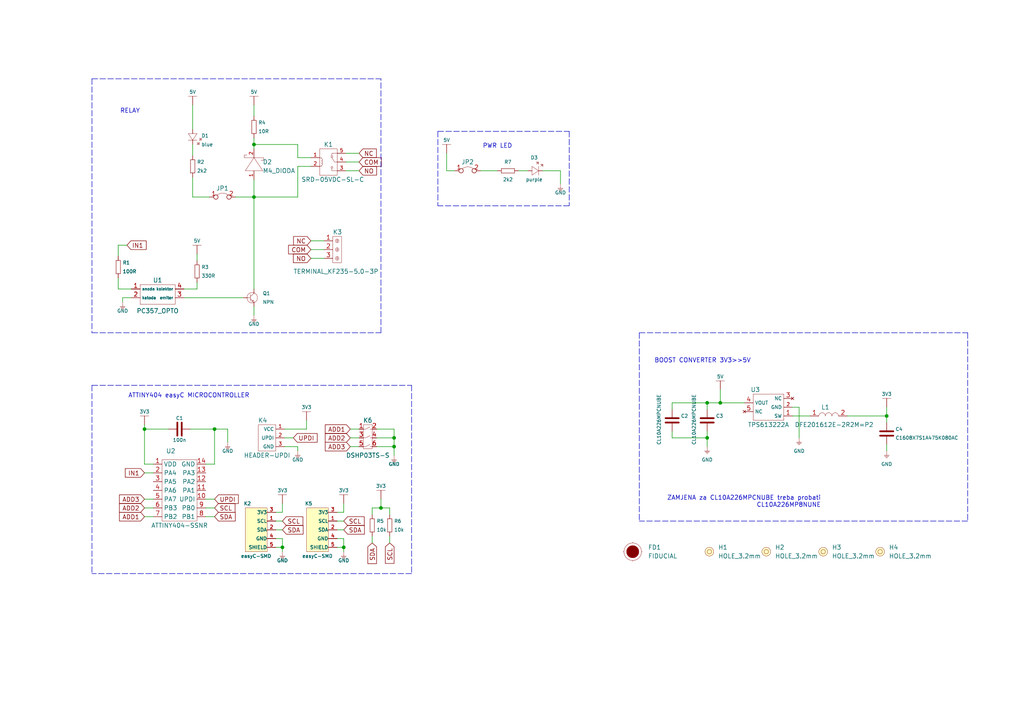
<source format=kicad_sch>
(kicad_sch (version 20211123) (generator eeschema)

  (uuid f1bdc5ca-52ac-480a-894c-0e009d2e4e19)

  (paper "A4")

  (title_block
    (title "1CH relay board with easyC")
    (date "2021-07-13")
    (rev "V1.1.1.")
    (company "SOLDERED")
    (comment 1 "333021")
  )

  (lib_symbols
    (symbol "e-radionica.com schematics:0402LED" (pin_numbers hide) (pin_names (offset 0.254) hide) (in_bom yes) (on_board yes)
      (property "Reference" "D" (id 0) (at -0.635 2.54 0)
        (effects (font (size 1 1)))
      )
      (property "Value" "0402LED" (id 1) (at 0 -2.54 0)
        (effects (font (size 1 1)))
      )
      (property "Footprint" "e-radionica.com footprinti:0402LED" (id 2) (at 0 5.08 0)
        (effects (font (size 1 1)) hide)
      )
      (property "Datasheet" "" (id 3) (at 0 0 0)
        (effects (font (size 1 1)) hide)
      )
      (property "Package" "0402" (id 4) (at 0 0 0)
        (effects (font (size 1.27 1.27)) hide)
      )
      (symbol "0402LED_0_1"
        (polyline
          (pts
            (xy -0.635 1.27)
            (xy 1.27 0)
          )
          (stroke (width 0.0006) (type default) (color 0 0 0 0))
          (fill (type none))
        )
        (polyline
          (pts
            (xy 0.635 1.905)
            (xy 1.27 2.54)
          )
          (stroke (width 0.0006) (type default) (color 0 0 0 0))
          (fill (type none))
        )
        (polyline
          (pts
            (xy 1.27 1.27)
            (xy 1.27 -1.27)
          )
          (stroke (width 0.0006) (type default) (color 0 0 0 0))
          (fill (type none))
        )
        (polyline
          (pts
            (xy 1.905 1.27)
            (xy 2.54 1.905)
          )
          (stroke (width 0.0006) (type default) (color 0 0 0 0))
          (fill (type none))
        )
        (polyline
          (pts
            (xy -0.635 1.27)
            (xy -0.635 -1.27)
            (xy 1.27 0)
          )
          (stroke (width 0.0006) (type default) (color 0 0 0 0))
          (fill (type none))
        )
        (polyline
          (pts
            (xy 1.27 2.54)
            (xy 0.635 2.54)
            (xy 1.27 1.905)
            (xy 1.27 2.54)
          )
          (stroke (width 0.0006) (type default) (color 0 0 0 0))
          (fill (type none))
        )
        (polyline
          (pts
            (xy 2.54 1.905)
            (xy 1.905 1.905)
            (xy 2.54 1.27)
            (xy 2.54 1.905)
          )
          (stroke (width 0.0006) (type default) (color 0 0 0 0))
          (fill (type none))
        )
      )
      (symbol "0402LED_1_1"
        (pin passive line (at -1.905 0 0) (length 1.27)
          (name "A" (effects (font (size 1.27 1.27))))
          (number "1" (effects (font (size 1.27 1.27))))
        )
        (pin passive line (at 2.54 0 180) (length 1.27)
          (name "K" (effects (font (size 1.27 1.27))))
          (number "2" (effects (font (size 1.27 1.27))))
        )
      )
    )
    (symbol "e-radionica.com schematics:0402R" (pin_numbers hide) (pin_names (offset 0.254)) (in_bom yes) (on_board yes)
      (property "Reference" "R" (id 0) (at -1.905 1.27 0)
        (effects (font (size 1 1)))
      )
      (property "Value" "0402R" (id 1) (at 0 -1.27 0)
        (effects (font (size 1 1)))
      )
      (property "Footprint" "e-radionica.com footprinti:0402R" (id 2) (at -2.54 1.905 0)
        (effects (font (size 1 1)) hide)
      )
      (property "Datasheet" "" (id 3) (at -2.54 1.905 0)
        (effects (font (size 1 1)) hide)
      )
      (symbol "0402R_0_1"
        (rectangle (start -1.905 -0.635) (end 1.905 -0.6604)
          (stroke (width 0.1) (type default) (color 0 0 0 0))
          (fill (type none))
        )
        (rectangle (start -1.905 0.635) (end -1.8796 -0.635)
          (stroke (width 0.1) (type default) (color 0 0 0 0))
          (fill (type none))
        )
        (rectangle (start -1.905 0.635) (end 1.905 0.6096)
          (stroke (width 0.1) (type default) (color 0 0 0 0))
          (fill (type none))
        )
        (rectangle (start 1.905 0.635) (end 1.9304 -0.635)
          (stroke (width 0.1) (type default) (color 0 0 0 0))
          (fill (type none))
        )
      )
      (symbol "0402R_1_1"
        (pin passive line (at -3.175 0 0) (length 1.27)
          (name "~" (effects (font (size 1.27 1.27))))
          (number "1" (effects (font (size 1.27 1.27))))
        )
        (pin passive line (at 3.175 0 180) (length 1.27)
          (name "~" (effects (font (size 1.27 1.27))))
          (number "2" (effects (font (size 1.27 1.27))))
        )
      )
    )
    (symbol "e-radionica.com schematics:0603C" (pin_numbers hide) (pin_names (offset 0.002)) (in_bom yes) (on_board yes)
      (property "Reference" "C" (id 0) (at -0.635 3.175 0)
        (effects (font (size 1 1)))
      )
      (property "Value" "0603C" (id 1) (at 0 -3.175 0)
        (effects (font (size 1 1)))
      )
      (property "Footprint" "e-radionica.com footprinti:0603C" (id 2) (at 0 0 0)
        (effects (font (size 1 1)) hide)
      )
      (property "Datasheet" "" (id 3) (at 0 0 0)
        (effects (font (size 1 1)) hide)
      )
      (symbol "0603C_0_1"
        (polyline
          (pts
            (xy -0.635 1.905)
            (xy -0.635 -1.905)
          )
          (stroke (width 0.5) (type default) (color 0 0 0 0))
          (fill (type none))
        )
        (polyline
          (pts
            (xy 0.635 1.905)
            (xy 0.635 -1.905)
          )
          (stroke (width 0.5) (type default) (color 0 0 0 0))
          (fill (type none))
        )
      )
      (symbol "0603C_1_1"
        (pin passive line (at -3.175 0 0) (length 2.54)
          (name "~" (effects (font (size 1.27 1.27))))
          (number "1" (effects (font (size 1.27 1.27))))
        )
        (pin passive line (at 3.175 0 180) (length 2.54)
          (name "~" (effects (font (size 1.27 1.27))))
          (number "2" (effects (font (size 1.27 1.27))))
        )
      )
    )
    (symbol "e-radionica.com schematics:0603R" (pin_numbers hide) (pin_names (offset 0.254)) (in_bom yes) (on_board yes)
      (property "Reference" "R" (id 0) (at -1.905 1.905 0)
        (effects (font (size 1 1)))
      )
      (property "Value" "0603R" (id 1) (at 0 -1.905 0)
        (effects (font (size 1 1)))
      )
      (property "Footprint" "e-radionica.com footprinti:0603R" (id 2) (at -0.635 1.905 0)
        (effects (font (size 1 1)) hide)
      )
      (property "Datasheet" "" (id 3) (at -0.635 1.905 0)
        (effects (font (size 1 1)) hide)
      )
      (symbol "0603R_0_1"
        (rectangle (start -1.905 -0.635) (end 1.905 -0.6604)
          (stroke (width 0.1) (type default) (color 0 0 0 0))
          (fill (type none))
        )
        (rectangle (start -1.905 0.635) (end -1.8796 -0.635)
          (stroke (width 0.1) (type default) (color 0 0 0 0))
          (fill (type none))
        )
        (rectangle (start -1.905 0.635) (end 1.905 0.6096)
          (stroke (width 0.1) (type default) (color 0 0 0 0))
          (fill (type none))
        )
        (rectangle (start 1.905 0.635) (end 1.9304 -0.635)
          (stroke (width 0.1) (type default) (color 0 0 0 0))
          (fill (type none))
        )
      )
      (symbol "0603R_1_1"
        (pin passive line (at -3.175 0 0) (length 1.27)
          (name "~" (effects (font (size 1.27 1.27))))
          (number "1" (effects (font (size 1.27 1.27))))
        )
        (pin passive line (at 3.175 0 180) (length 1.27)
          (name "~" (effects (font (size 1.27 1.27))))
          (number "2" (effects (font (size 1.27 1.27))))
        )
      )
    )
    (symbol "e-radionica.com schematics:0806L" (in_bom yes) (on_board yes)
      (property "Reference" "L" (id 0) (at 0 1.905 0)
        (effects (font (size 1.27 1.27)))
      )
      (property "Value" "0806L" (id 1) (at 0 -1.27 0)
        (effects (font (size 1.27 1.27)))
      )
      (property "Footprint" "e-radionica.com footprinti:0806L" (id 2) (at 0 -2.54 0)
        (effects (font (size 1.27 1.27)) hide)
      )
      (property "Datasheet" "" (id 3) (at 0 -1.27 0)
        (effects (font (size 1.27 1.27)) hide)
      )
      (symbol "0806L_0_1"
        (arc (start -1.27 0) (mid -2.2225 0.9388) (end -3.175 0)
          (stroke (width 0.0006) (type default) (color 0 0 0 0))
          (fill (type none))
        )
        (arc (start 0.635 0) (mid -0.3175 0.9388) (end -1.27 0)
          (stroke (width 0.0006) (type default) (color 0 0 0 0))
          (fill (type none))
        )
        (arc (start 2.54 0) (mid 1.5875 0.9388) (end 0.635 0)
          (stroke (width 0.0006) (type default) (color 0 0 0 0))
          (fill (type none))
        )
      )
      (symbol "0806L_1_1"
        (pin passive line (at -5.715 0 0) (length 2.54)
          (name "" (effects (font (size 1.27 1.27))))
          (number "1" (effects (font (size 1.27 1.27))))
        )
        (pin passive line (at 5.08 0 180) (length 2.54)
          (name "" (effects (font (size 1.27 1.27))))
          (number "2" (effects (font (size 1.27 1.27))))
        )
      )
    )
    (symbol "e-radionica.com schematics:3V3" (power) (pin_names (offset 0)) (in_bom yes) (on_board yes)
      (property "Reference" "#PWR" (id 0) (at 4.445 0 0)
        (effects (font (size 1 1)) hide)
      )
      (property "Value" "3V3" (id 1) (at 0 3.556 0)
        (effects (font (size 1 1)))
      )
      (property "Footprint" "" (id 2) (at 4.445 3.81 0)
        (effects (font (size 1 1)) hide)
      )
      (property "Datasheet" "" (id 3) (at 4.445 3.81 0)
        (effects (font (size 1 1)) hide)
      )
      (property "ki_keywords" "power-flag" (id 4) (at 0 0 0)
        (effects (font (size 1.27 1.27)) hide)
      )
      (property "ki_description" "Power symbol creates a global label with name \"+3V3\"" (id 5) (at 0 0 0)
        (effects (font (size 1.27 1.27)) hide)
      )
      (symbol "3V3_0_1"
        (polyline
          (pts
            (xy -1.27 2.54)
            (xy 1.27 2.54)
          )
          (stroke (width 0.0006) (type default) (color 0 0 0 0))
          (fill (type none))
        )
        (polyline
          (pts
            (xy 0 0)
            (xy 0 2.54)
          )
          (stroke (width 0) (type default) (color 0 0 0 0))
          (fill (type none))
        )
      )
      (symbol "3V3_1_1"
        (pin power_in line (at 0 0 90) (length 0) hide
          (name "3V3" (effects (font (size 1.27 1.27))))
          (number "1" (effects (font (size 1.27 1.27))))
        )
      )
    )
    (symbol "e-radionica.com schematics:5V" (power) (pin_names (offset 0)) (in_bom yes) (on_board yes)
      (property "Reference" "#PWR" (id 0) (at 4.445 0 0)
        (effects (font (size 1 1)) hide)
      )
      (property "Value" "5V" (id 1) (at 0 3.556 0)
        (effects (font (size 1 1)))
      )
      (property "Footprint" "" (id 2) (at 4.445 3.81 0)
        (effects (font (size 1 1)) hide)
      )
      (property "Datasheet" "" (id 3) (at 4.445 3.81 0)
        (effects (font (size 1 1)) hide)
      )
      (property "ki_keywords" "power-flag" (id 4) (at 0 0 0)
        (effects (font (size 1.27 1.27)) hide)
      )
      (property "ki_description" "Power symbol creates a global label with name \"+3V3\"" (id 5) (at 0 0 0)
        (effects (font (size 1.27 1.27)) hide)
      )
      (symbol "5V_0_1"
        (polyline
          (pts
            (xy -1.27 2.54)
            (xy 1.27 2.54)
          )
          (stroke (width 0.0006) (type default) (color 0 0 0 0))
          (fill (type none))
        )
        (polyline
          (pts
            (xy 0 0)
            (xy 0 2.54)
          )
          (stroke (width 0) (type default) (color 0 0 0 0))
          (fill (type none))
        )
      )
      (symbol "5V_1_1"
        (pin power_in line (at 0 0 90) (length 0) hide
          (name "5V" (effects (font (size 1.27 1.27))))
          (number "1" (effects (font (size 1.27 1.27))))
        )
      )
    )
    (symbol "e-radionica.com schematics:ATTINY404-SSNR" (in_bom yes) (on_board yes)
      (property "Reference" "U" (id 0) (at -5.08 10.16 0)
        (effects (font (size 1.27 1.27)))
      )
      (property "Value" "ATTINY404-SSNR" (id 1) (at 0 -10.16 0)
        (effects (font (size 1.27 1.27)))
      )
      (property "Footprint" "e-radionica.com footprinti:SOIC-14" (id 2) (at 0 -11.43 0)
        (effects (font (size 1.27 1.27)) hide)
      )
      (property "Datasheet" "" (id 3) (at 0 -2.54 0)
        (effects (font (size 1.27 1.27)) hide)
      )
      (symbol "ATTINY404-SSNR_0_1"
        (rectangle (start -5.08 8.89) (end 5.08 -8.89)
          (stroke (width 0.0006) (type default) (color 0 0 0 0))
          (fill (type none))
        )
      )
      (symbol "ATTINY404-SSNR_1_1"
        (pin power_in line (at -7.62 7.62 0) (length 2.54)
          (name "VDD" (effects (font (size 1.27 1.27))))
          (number "1" (effects (font (size 1.27 1.27))))
        )
        (pin bidirectional line (at 7.62 -2.54 180) (length 2.54)
          (name "UPDI" (effects (font (size 1.27 1.27))))
          (number "10" (effects (font (size 1.27 1.27))))
        )
        (pin bidirectional line (at 7.62 0 180) (length 2.54)
          (name "PA1" (effects (font (size 1.27 1.27))))
          (number "11" (effects (font (size 1.27 1.27))))
        )
        (pin bidirectional line (at 7.62 2.54 180) (length 2.54)
          (name "PA2" (effects (font (size 1.27 1.27))))
          (number "12" (effects (font (size 1.27 1.27))))
        )
        (pin bidirectional line (at 7.62 5.08 180) (length 2.54)
          (name "PA3" (effects (font (size 1.27 1.27))))
          (number "13" (effects (font (size 1.27 1.27))))
        )
        (pin power_in line (at 7.62 7.62 180) (length 2.54)
          (name "GND" (effects (font (size 1.27 1.27))))
          (number "14" (effects (font (size 1.27 1.27))))
        )
        (pin bidirectional line (at -7.62 5.08 0) (length 2.54)
          (name "PA4" (effects (font (size 1.27 1.27))))
          (number "2" (effects (font (size 1.27 1.27))))
        )
        (pin bidirectional line (at -7.62 2.54 0) (length 2.54)
          (name "PA5" (effects (font (size 1.27 1.27))))
          (number "3" (effects (font (size 1.27 1.27))))
        )
        (pin bidirectional line (at -7.62 0 0) (length 2.54)
          (name "PA6" (effects (font (size 1.27 1.27))))
          (number "4" (effects (font (size 1.27 1.27))))
        )
        (pin bidirectional line (at -7.62 -2.54 0) (length 2.54)
          (name "PA7" (effects (font (size 1.27 1.27))))
          (number "5" (effects (font (size 1.27 1.27))))
        )
        (pin bidirectional line (at -7.62 -5.08 0) (length 2.54)
          (name "PB3" (effects (font (size 1.27 1.27))))
          (number "6" (effects (font (size 1.27 1.27))))
        )
        (pin bidirectional line (at -7.62 -7.62 0) (length 2.54)
          (name "PB2" (effects (font (size 1.27 1.27))))
          (number "7" (effects (font (size 1.27 1.27))))
        )
        (pin bidirectional line (at 7.62 -7.62 180) (length 2.54)
          (name "PB1" (effects (font (size 1.27 1.27))))
          (number "8" (effects (font (size 1.27 1.27))))
        )
        (pin bidirectional line (at 7.62 -5.08 180) (length 2.54)
          (name "PB0" (effects (font (size 1.27 1.27))))
          (number "9" (effects (font (size 1.27 1.27))))
        )
      )
    )
    (symbol "e-radionica.com schematics:DSHP03TS-S" (in_bom yes) (on_board yes)
      (property "Reference" "K" (id 0) (at 0 5.08 0)
        (effects (font (size 1.27 1.27)))
      )
      (property "Value" "DSHP03TS-S" (id 1) (at 0 -5.08 0)
        (effects (font (size 1.27 1.27)))
      )
      (property "Footprint" "e-radionica.com footprinti:DSHP03TS-S" (id 2) (at -1.27 -7.62 0)
        (effects (font (size 1.27 1.27)) hide)
      )
      (property "Datasheet" "" (id 3) (at 0 0 0)
        (effects (font (size 1.27 1.27)) hide)
      )
      (property "ki_keywords" "DIP SW SWITCH " (id 4) (at 0 0 0)
        (effects (font (size 1.27 1.27)) hide)
      )
      (symbol "DSHP03TS-S_0_1"
        (rectangle (start -1.27 3.81) (end 1.27 -3.175)
          (stroke (width 0.0006) (type default) (color 0 0 0 0))
          (fill (type none))
        )
        (polyline
          (pts
            (xy 1.27 -2.54)
            (xy 0.635 -2.54)
          )
          (stroke (width 0.0006) (type default) (color 0 0 0 0))
          (fill (type none))
        )
        (polyline
          (pts
            (xy 1.27 0)
            (xy 0.635 0)
          )
          (stroke (width 0.0006) (type default) (color 0 0 0 0))
          (fill (type none))
        )
        (polyline
          (pts
            (xy 1.27 2.54)
            (xy 0.635 2.54)
          )
          (stroke (width 0.0006) (type default) (color 0 0 0 0))
          (fill (type none))
        )
        (polyline
          (pts
            (xy -1.27 -2.54)
            (xy -0.635 -2.54)
            (xy 0.635 -1.905)
          )
          (stroke (width 0.0006) (type default) (color 0 0 0 0))
          (fill (type none))
        )
        (polyline
          (pts
            (xy -1.27 0)
            (xy -0.635 0)
            (xy 0.635 0.635)
          )
          (stroke (width 0.0006) (type default) (color 0 0 0 0))
          (fill (type none))
        )
        (polyline
          (pts
            (xy -1.27 2.54)
            (xy -0.635 2.54)
            (xy 0.635 3.175)
          )
          (stroke (width 0.0006) (type default) (color 0 0 0 0))
          (fill (type none))
        )
      )
      (symbol "DSHP03TS-S_1_1"
        (pin bidirectional line (at -2.54 2.54 0) (length 1.27)
          (name "~" (effects (font (size 1.27 1.27))))
          (number "1" (effects (font (size 1.27 1.27))))
        )
        (pin bidirectional line (at 2.54 2.54 180) (length 1.27)
          (name "~" (effects (font (size 1.27 1.27))))
          (number "2" (effects (font (size 1.27 1.27))))
        )
        (pin bidirectional line (at -2.54 0 0) (length 1.27)
          (name "~" (effects (font (size 1.27 1.27))))
          (number "3" (effects (font (size 1.27 1.27))))
        )
        (pin bidirectional line (at 2.54 0 180) (length 1.27)
          (name "~" (effects (font (size 1.27 1.27))))
          (number "4" (effects (font (size 1.27 1.27))))
        )
        (pin bidirectional line (at -2.54 -2.54 0) (length 1.27)
          (name "~" (effects (font (size 1.27 1.27))))
          (number "5" (effects (font (size 1.27 1.27))))
        )
        (pin bidirectional line (at 2.54 -2.54 180) (length 1.27)
          (name "~" (effects (font (size 1.27 1.27))))
          (number "6" (effects (font (size 1.27 1.27))))
        )
      )
    )
    (symbol "e-radionica.com schematics:FIDUCIAL" (in_bom yes) (on_board yes)
      (property "Reference" "FD" (id 0) (at 0 3.81 0)
        (effects (font (size 1.27 1.27)))
      )
      (property "Value" "FIDUCIAL" (id 1) (at 0 -3.81 0)
        (effects (font (size 1.27 1.27)))
      )
      (property "Footprint" "e-radionica.com footprinti:FIDUCIAL_23" (id 2) (at 0.254 -5.334 0)
        (effects (font (size 1.27 1.27)) hide)
      )
      (property "Datasheet" "" (id 3) (at 0 0 0)
        (effects (font (size 1.27 1.27)) hide)
      )
      (symbol "FIDUCIAL_0_1"
        (polyline
          (pts
            (xy -2.54 0)
            (xy -2.794 0)
          )
          (stroke (width 0.0006) (type default) (color 0 0 0 0))
          (fill (type none))
        )
        (polyline
          (pts
            (xy 0 -2.54)
            (xy 0 -2.794)
          )
          (stroke (width 0.0006) (type default) (color 0 0 0 0))
          (fill (type none))
        )
        (polyline
          (pts
            (xy 0 2.54)
            (xy 0 2.794)
          )
          (stroke (width 0.0006) (type default) (color 0 0 0 0))
          (fill (type none))
        )
        (polyline
          (pts
            (xy 2.54 0)
            (xy 2.794 0)
          )
          (stroke (width 0.0006) (type default) (color 0 0 0 0))
          (fill (type none))
        )
        (circle (center 0 0) (radius 1.7961)
          (stroke (width 0.001) (type default) (color 0 0 0 0))
          (fill (type outline))
        )
        (circle (center 0 0) (radius 2.54)
          (stroke (width 0.0006) (type default) (color 0 0 0 0))
          (fill (type none))
        )
      )
    )
    (symbol "e-radionica.com schematics:GND" (power) (pin_names (offset 0)) (in_bom yes) (on_board yes)
      (property "Reference" "#PWR" (id 0) (at 4.445 0 0)
        (effects (font (size 1 1)) hide)
      )
      (property "Value" "GND" (id 1) (at 0 -2.921 0)
        (effects (font (size 1 1)))
      )
      (property "Footprint" "" (id 2) (at 4.445 3.81 0)
        (effects (font (size 1 1)) hide)
      )
      (property "Datasheet" "" (id 3) (at 4.445 3.81 0)
        (effects (font (size 1 1)) hide)
      )
      (property "ki_keywords" "power-flag" (id 4) (at 0 0 0)
        (effects (font (size 1.27 1.27)) hide)
      )
      (property "ki_description" "Power symbol creates a global label with name \"+3V3\"" (id 5) (at 0 0 0)
        (effects (font (size 1.27 1.27)) hide)
      )
      (symbol "GND_0_1"
        (polyline
          (pts
            (xy -0.762 -1.27)
            (xy 0.762 -1.27)
          )
          (stroke (width 0.0006) (type default) (color 0 0 0 0))
          (fill (type none))
        )
        (polyline
          (pts
            (xy -0.635 -1.524)
            (xy 0.635 -1.524)
          )
          (stroke (width 0.0006) (type default) (color 0 0 0 0))
          (fill (type none))
        )
        (polyline
          (pts
            (xy -0.381 -1.778)
            (xy 0.381 -1.778)
          )
          (stroke (width 0.0006) (type default) (color 0 0 0 0))
          (fill (type none))
        )
        (polyline
          (pts
            (xy -0.127 -2.032)
            (xy 0.127 -2.032)
          )
          (stroke (width 0.0006) (type default) (color 0 0 0 0))
          (fill (type none))
        )
        (polyline
          (pts
            (xy 0 0)
            (xy 0 -1.27)
          )
          (stroke (width 0.0006) (type default) (color 0 0 0 0))
          (fill (type none))
        )
      )
      (symbol "GND_1_1"
        (pin power_in line (at 0 0 270) (length 0) hide
          (name "GND" (effects (font (size 1.27 1.27))))
          (number "1" (effects (font (size 1.27 1.27))))
        )
      )
    )
    (symbol "e-radionica.com schematics:HEADER-UPDI" (in_bom yes) (on_board yes)
      (property "Reference" "K" (id 0) (at -1.27 5.08 0)
        (effects (font (size 1.27 1.27)))
      )
      (property "Value" "HEADER-UPDI" (id 1) (at 0 -5.08 0)
        (effects (font (size 1.27 1.27)))
      )
      (property "Footprint" "e-radionica.com footprinti:HEADER-UPDI" (id 2) (at 2.54 -7.62 0)
        (effects (font (size 1.27 1.27)) hide)
      )
      (property "Datasheet" "" (id 3) (at 2.54 0 0)
        (effects (font (size 1.27 1.27)) hide)
      )
      (symbol "HEADER-UPDI_0_1"
        (rectangle (start -2.54 3.81) (end 2.54 -3.81)
          (stroke (width 0.0006) (type default) (color 0 0 0 0))
          (fill (type none))
        )
      )
      (symbol "HEADER-UPDI_1_1"
        (pin power_in line (at 5.08 2.54 180) (length 2.54)
          (name "VCC" (effects (font (size 1 1))))
          (number "1" (effects (font (size 1 1))))
        )
        (pin bidirectional line (at 5.08 0 180) (length 2.54)
          (name "UPDI" (effects (font (size 1 1))))
          (number "2" (effects (font (size 1 1))))
        )
        (pin power_in line (at 5.08 -2.54 180) (length 2.54)
          (name "GND" (effects (font (size 1 1))))
          (number "3" (effects (font (size 1 1))))
        )
      )
    )
    (symbol "e-radionica.com schematics:HOLE_3.2mm" (pin_numbers hide) (pin_names hide) (in_bom yes) (on_board yes)
      (property "Reference" "H" (id 0) (at 0 2.54 0)
        (effects (font (size 1.27 1.27)))
      )
      (property "Value" "HOLE_3.2mm" (id 1) (at 0 -2.54 0)
        (effects (font (size 1.27 1.27)))
      )
      (property "Footprint" "e-radionica.com footprinti:HOLE_3.2mm" (id 2) (at 0 0 0)
        (effects (font (size 1.27 1.27)) hide)
      )
      (property "Datasheet" "" (id 3) (at 0 0 0)
        (effects (font (size 1.27 1.27)) hide)
      )
      (symbol "HOLE_3.2mm_0_1"
        (circle (center 0 0) (radius 0.635)
          (stroke (width 0.0006) (type default) (color 0 0 0 0))
          (fill (type none))
        )
        (circle (center 0 0) (radius 1.27)
          (stroke (width 0.001) (type default) (color 0 0 0 0))
          (fill (type background))
        )
      )
    )
    (symbol "e-radionica.com schematics:M4_DIODA" (pin_names hide) (in_bom yes) (on_board yes)
      (property "Reference" "D" (id 0) (at 0 3.81 0)
        (effects (font (size 1.27 1.27)))
      )
      (property "Value" "M4_DIODA" (id 1) (at 0 -4.572 0)
        (effects (font (size 1.27 1.27)))
      )
      (property "Footprint" "e-radionica.com footprinti:M4_DIODA" (id 2) (at 0 -6.35 0)
        (effects (font (size 1.27 1.27)) hide)
      )
      (property "Datasheet" "" (id 3) (at 0 0 0)
        (effects (font (size 1.27 1.27)) hide)
      )
      (symbol "M4_DIODA_0_1"
        (polyline
          (pts
            (xy -2.54 2.54)
            (xy -2.54 -2.54)
            (xy 1.27 0)
            (xy -2.54 2.54)
          )
          (stroke (width 0.0006) (type default) (color 0 0 0 0))
          (fill (type none))
        )
        (polyline
          (pts
            (xy 1.27 2.794)
            (xy 1.27 -2.794)
            (xy 0.508 -2.794)
            (xy 0.508 -2.032)
          )
          (stroke (width 0.0006) (type default) (color 0 0 0 0))
          (fill (type none))
        )
        (polyline
          (pts
            (xy 1.27 2.794)
            (xy 2.032 2.794)
            (xy 2.032 2.032)
            (xy 2.032 2.54)
          )
          (stroke (width 0.0006) (type default) (color 0 0 0 0))
          (fill (type none))
        )
      )
      (symbol "M4_DIODA_1_1"
        (pin passive line (at -5.08 0 0) (length 2.54)
          (name "A" (effects (font (size 1 1))))
          (number "1" (effects (font (size 1 1))))
        )
        (pin passive line (at 3.81 0 180) (length 2.54)
          (name "K" (effects (font (size 1 1))))
          (number "2" (effects (font (size 1 1))))
        )
      )
    )
    (symbol "e-radionica.com schematics:NPN-SOT-23-3" (pin_numbers hide) (pin_names hide) (in_bom yes) (on_board yes)
      (property "Reference" "Q" (id 0) (at -2.286 2.921 0)
        (effects (font (size 1 1)))
      )
      (property "Value" "NPN-SOT-23-3" (id 1) (at 0 -3.81 0)
        (effects (font (size 1 1)))
      )
      (property "Footprint" "e-radionica.com footprinti:SOT-23-3" (id 2) (at 0 0 0)
        (effects (font (size 1 1)) hide)
      )
      (property "Datasheet" "" (id 3) (at 0 0 0)
        (effects (font (size 1 1)) hide)
      )
      (symbol "NPN-SOT-23-3_0_1"
        (circle (center -0.508 0) (radius 1.524)
          (stroke (width 0.0006) (type default) (color 0 0 0 0))
          (fill (type none))
        )
        (polyline
          (pts
            (xy -2.032 0)
            (xy -1.016 0)
          )
          (stroke (width 0.0006) (type default) (color 0 0 0 0))
          (fill (type none))
        )
        (polyline
          (pts
            (xy -1.016 -0.381)
            (xy -0.4064 -0.9144)
          )
          (stroke (width 0.1) (type default) (color 0 0 0 0))
          (fill (type none))
        )
        (polyline
          (pts
            (xy -1.016 0.381)
            (xy 0 1.27)
          )
          (stroke (width 0.0006) (type default) (color 0 0 0 0))
          (fill (type none))
        )
        (polyline
          (pts
            (xy -1.016 1.016)
            (xy -1.016 -1.016)
          )
          (stroke (width 0.0006) (type default) (color 0 0 0 0))
          (fill (type none))
        )
        (polyline
          (pts
            (xy -0.6096 -1.1684)
            (xy -0.2032 -0.6604)
            (xy 0 -1.27)
            (xy -0.6096 -1.1684)
          )
          (stroke (width 0.0006) (type default) (color 0 0 0 0))
          (fill (type none))
        )
      )
      (symbol "NPN-SOT-23-3_1_1"
        (pin passive line (at -3.175 0 0) (length 1.27)
          (name "B" (effects (font (size 1 1))))
          (number "1" (effects (font (size 1 1))))
        )
        (pin passive line (at 0 -2.54 90) (length 1.27)
          (name "E" (effects (font (size 1 1))))
          (number "2" (effects (font (size 1 1))))
        )
        (pin passive line (at 0 2.54 270) (length 1.27)
          (name "C" (effects (font (size 1 1))))
          (number "3" (effects (font (size 1 1))))
        )
      )
    )
    (symbol "e-radionica.com schematics:PC357_OPTO" (in_bom yes) (on_board yes)
      (property "Reference" "U" (id 0) (at 0 5.08 0)
        (effects (font (size 1.27 1.27)))
      )
      (property "Value" "PC357_OPTO" (id 1) (at 0 -5.08 0)
        (effects (font (size 1.27 1.27)))
      )
      (property "Footprint" "e-radionica.com footprinti:PC357_OPTO" (id 2) (at 0 0 0)
        (effects (font (size 1.27 1.27)) hide)
      )
      (property "Datasheet" "" (id 3) (at 0 0 0)
        (effects (font (size 1.27 1.27)) hide)
      )
      (symbol "PC357_OPTO_0_1"
        (rectangle (start -5.08 2.54) (end 5.08 -3.175)
          (stroke (width 0.0006) (type default) (color 0 0 0 0))
          (fill (type none))
        )
      )
      (symbol "PC357_OPTO_1_1"
        (pin passive line (at -7.62 1.27 0) (length 2.54)
          (name "anoda" (effects (font (size 0.8 0.8))))
          (number "1" (effects (font (size 1.27 1.27))))
        )
        (pin passive line (at -7.62 -1.27 0) (length 2.54)
          (name "katoda" (effects (font (size 0.8 0.8))))
          (number "2" (effects (font (size 1.27 1.27))))
        )
        (pin passive line (at 7.62 -1.27 180) (length 2.54)
          (name "emiter" (effects (font (size 0.8 0.8))))
          (number "3" (effects (font (size 1.27 1.27))))
        )
        (pin passive line (at 7.62 1.27 180) (length 2.54)
          (name "kolektor" (effects (font (size 0.8 0.8))))
          (number "4" (effects (font (size 1.27 1.27))))
        )
      )
    )
    (symbol "e-radionica.com schematics:SMD-JUMPER-CONNECTED_TRACE_SLODERMASK" (in_bom yes) (on_board yes)
      (property "Reference" "JP" (id 0) (at 0 3.556 0)
        (effects (font (size 1.27 1.27)))
      )
      (property "Value" "SMD-JUMPER-CONNECTED_TRACE_SLODERMASK" (id 1) (at 0 -2.54 0)
        (effects (font (size 1.27 1.27)))
      )
      (property "Footprint" "e-radionica.com footprinti:SMD-JUMPER-CONNECTED_TRACE_SLODERMASK" (id 2) (at 0 -5.715 0)
        (effects (font (size 1.27 1.27)) hide)
      )
      (property "Datasheet" "" (id 3) (at 0 0 0)
        (effects (font (size 1.27 1.27)) hide)
      )
      (symbol "SMD-JUMPER-CONNECTED_TRACE_SLODERMASK_0_1"
        (arc (start 1.397 0.5842) (mid -0.2077 1.1365) (end -1.8034 0.5588)
          (stroke (width 0.0006) (type default) (color 0 0 0 0))
          (fill (type none))
        )
      )
      (symbol "SMD-JUMPER-CONNECTED_TRACE_SLODERMASK_1_1"
        (pin passive inverted (at -4.064 0 0) (length 2.54)
          (name "" (effects (font (size 1.27 1.27))))
          (number "1" (effects (font (size 1.27 1.27))))
        )
        (pin passive inverted (at 3.556 0 180) (length 2.54)
          (name "" (effects (font (size 1.27 1.27))))
          (number "2" (effects (font (size 1.27 1.27))))
        )
      )
    )
    (symbol "e-radionica.com schematics:SRD_RELAY_5V" (in_bom yes) (on_board yes)
      (property "Reference" "K" (id 0) (at 0 3.81 0)
        (effects (font (size 1.27 1.27)))
      )
      (property "Value" "SRD_RELAY_5V" (id 1) (at 0 -6.35 0)
        (effects (font (size 1.27 1.27)))
      )
      (property "Footprint" "e-radionica.com footprinti:SRD_RELAY_5V" (id 2) (at 1.27 -8.89 0)
        (effects (font (size 1.27 1.27)) hide)
      )
      (property "Datasheet" "" (id 3) (at 0 0 0)
        (effects (font (size 1.27 1.27)) hide)
      )
      (symbol "SRD_RELAY_5V_0_1"
        (arc (start -1.9929 -0.9525) (mid -1.7121 -0.635) (end -1.9929 -0.3175)
          (stroke (width 0.0006) (type default) (color 0 0 0 0))
          (fill (type none))
        )
        (arc (start -1.9929 -0.3175) (mid -1.7121 0) (end -1.9929 0.3175)
          (stroke (width 0.0006) (type default) (color 0 0 0 0))
          (fill (type none))
        )
        (arc (start -1.9929 0.3175) (mid -1.7121 0.635) (end -1.9929 0.9525)
          (stroke (width 0.0006) (type default) (color 0 0 0 0))
          (fill (type none))
        )
        (polyline
          (pts
            (xy -2.54 -1.27)
            (xy -2.032 -1.27)
            (xy -2.032 -1.016)
          )
          (stroke (width 0.0006) (type default) (color 0 0 0 0))
          (fill (type none))
        )
        (polyline
          (pts
            (xy -2.54 1.27)
            (xy -2.032 1.27)
            (xy -2.032 1.016)
          )
          (stroke (width 0.0006) (type default) (color 0 0 0 0))
          (fill (type none))
        )
        (polyline
          (pts
            (xy 2.54 0)
            (xy 1.778 0)
            (xy 1.016 1.27)
          )
          (stroke (width 0.0006) (type default) (color 0 0 0 0))
          (fill (type none))
        )
        (polyline
          (pts
            (xy 2.54 2.54)
            (xy 1.016 2.54)
            (xy 1.016 1.778)
          )
          (stroke (width 0.0006) (type default) (color 0 0 0 0))
          (fill (type none))
        )
        (polyline
          (pts
            (xy 2.54 -2.54)
            (xy 2.032 -2.54)
            (xy 1.016 -2.54)
            (xy 1.016 -1.778)
          )
          (stroke (width 0.0006) (type default) (color 0 0 0 0))
          (fill (type none))
        )
        (circle (center 1.016 -1.524) (radius 0.254)
          (stroke (width 0.0008) (type default) (color 0 0 0 0))
          (fill (type none))
        )
        (circle (center 1.016 1.524) (radius 0.254)
          (stroke (width 0.0006) (type default) (color 0 0 0 0))
          (fill (type none))
        )
        (rectangle (start 2.54 3.81) (end -2.54 -3.81)
          (stroke (width 0.0006) (type default) (color 0 0 0 0))
          (fill (type none))
        )
      )
      (symbol "SRD_RELAY_5V_1_1"
        (pin passive line (at -5.08 1.27 0) (length 2.54)
          (name "" (effects (font (size 1 1))))
          (number "1" (effects (font (size 1 1))))
        )
        (pin passive line (at -5.08 -1.27 0) (length 2.54)
          (name "" (effects (font (size 1 1))))
          (number "2" (effects (font (size 1 1))))
        )
        (pin passive line (at 5.08 -2.54 180) (length 2.54)
          (name "" (effects (font (size 1 1))))
          (number "3" (effects (font (size 1 1))))
        )
        (pin passive line (at 5.08 0 180) (length 2.54)
          (name "" (effects (font (size 1 1))))
          (number "4" (effects (font (size 1 1))))
        )
        (pin passive line (at 5.08 2.54 180) (length 2.54)
          (name "" (effects (font (size 1 1))))
          (number "5" (effects (font (size 1 1))))
        )
      )
    )
    (symbol "e-radionica.com schematics:TERMINAL_KF235-5.0-3P" (in_bom yes) (on_board yes)
      (property "Reference" "K" (id 0) (at 0 5.08 0)
        (effects (font (size 1.27 1.27)))
      )
      (property "Value" "TERMINAL_KF235-5.0-3P" (id 1) (at 0 -5.08 0)
        (effects (font (size 1.27 1.27)))
      )
      (property "Footprint" "e-radionica.com footprinti:TERMINAL_KF235-5.0-3P" (id 2) (at 0 -7.62 0)
        (effects (font (size 1.27 1.27)) hide)
      )
      (property "Datasheet" "" (id 3) (at 0 0 0)
        (effects (font (size 1.27 1.27)) hide)
      )
      (symbol "TERMINAL_KF235-5.0-3P_0_1"
        (rectangle (start -1.27 3.81) (end 1.27 -3.81)
          (stroke (width 0.0006) (type default) (color 0 0 0 0))
          (fill (type none))
        )
        (circle (center 0 -2.54) (radius 0.508)
          (stroke (width 0.0006) (type default) (color 0 0 0 0))
          (fill (type none))
        )
        (polyline
          (pts
            (xy -0.254 -2.54)
            (xy 0.254 -2.54)
          )
          (stroke (width 0.0006) (type default) (color 0 0 0 0))
          (fill (type none))
        )
        (polyline
          (pts
            (xy -0.254 0)
            (xy 0.254 0)
          )
          (stroke (width 0.0006) (type default) (color 0 0 0 0))
          (fill (type none))
        )
        (polyline
          (pts
            (xy -0.254 2.54)
            (xy 0.254 2.54)
          )
          (stroke (width 0.0006) (type default) (color 0 0 0 0))
          (fill (type none))
        )
        (polyline
          (pts
            (xy 0 -2.032)
            (xy 0 -3.048)
          )
          (stroke (width 0.0006) (type default) (color 0 0 0 0))
          (fill (type none))
        )
        (polyline
          (pts
            (xy 0 0.508)
            (xy 0 -0.508)
          )
          (stroke (width 0.0006) (type default) (color 0 0 0 0))
          (fill (type none))
        )
        (polyline
          (pts
            (xy 0 3.048)
            (xy 0 2.032)
          )
          (stroke (width 0.0006) (type default) (color 0 0 0 0))
          (fill (type none))
        )
        (circle (center 0 0) (radius 0.508)
          (stroke (width 0.0006) (type default) (color 0 0 0 0))
          (fill (type none))
        )
        (circle (center 0 2.54) (radius 0.508)
          (stroke (width 0.0006) (type default) (color 0 0 0 0))
          (fill (type none))
        )
      )
      (symbol "TERMINAL_KF235-5.0-3P_1_1"
        (pin input line (at -3.81 2.54 0) (length 2.54)
          (name "~" (effects (font (size 1.27 1.27))))
          (number "1" (effects (font (size 1.27 1.27))))
        )
        (pin input line (at -3.81 0 0) (length 2.54)
          (name "~" (effects (font (size 1.27 1.27))))
          (number "2" (effects (font (size 1.27 1.27))))
        )
        (pin input line (at -3.81 -2.54 0) (length 2.54)
          (name "~" (effects (font (size 1.27 1.27))))
          (number "3" (effects (font (size 1.27 1.27))))
        )
      )
    )
    (symbol "e-radionica.com schematics:TPS613222A" (in_bom yes) (on_board yes)
      (property "Reference" "U" (id 0) (at 0 5.08 0)
        (effects (font (size 1.27 1.27)))
      )
      (property "Value" "TPS613222A" (id 1) (at 0 -5.08 0)
        (effects (font (size 1.27 1.27)))
      )
      (property "Footprint" "e-radionica.com footprinti:tps613222a" (id 2) (at -0.635 0 0)
        (effects (font (size 1.27 1.27)) hide)
      )
      (property "Datasheet" "" (id 3) (at -0.635 0 0)
        (effects (font (size 1.27 1.27)) hide)
      )
      (symbol "TPS613222A_0_1"
        (rectangle (start -4.445 3.81) (end 4.445 -3.81)
          (stroke (width 0.0006) (type default) (color 0 0 0 0))
          (fill (type none))
        )
      )
      (symbol "TPS613222A_1_1"
        (pin passive line (at 6.985 -2.54 180) (length 2.54)
          (name "SW" (effects (font (size 1 1))))
          (number "1" (effects (font (size 1.27 1.27))))
        )
        (pin passive line (at 6.985 0 180) (length 2.54)
          (name "GND" (effects (font (size 1 1))))
          (number "2" (effects (font (size 1 1))))
        )
        (pin no_connect line (at 6.985 2.54 180) (length 2.54)
          (name "NC" (effects (font (size 1 1))))
          (number "3" (effects (font (size 1.27 1.27))))
        )
        (pin passive line (at -6.985 1.27 0) (length 2.54)
          (name "VOUT" (effects (font (size 1 1))))
          (number "4" (effects (font (size 1.27 1.27))))
        )
        (pin no_connect line (at -6.985 -1.27 0) (length 2.54)
          (name "NC" (effects (font (size 1 1))))
          (number "5" (effects (font (size 1.27 1.27))))
        )
      )
    )
    (symbol "e-radionica.com schematics:easyC-SMD" (pin_names (offset 0.002)) (in_bom yes) (on_board yes)
      (property "Reference" "K" (id 0) (at -2.54 10.16 0)
        (effects (font (size 1 1)))
      )
      (property "Value" "easyC-SMD" (id 1) (at 0 -5.08 0)
        (effects (font (size 1 1)))
      )
      (property "Footprint" "e-radionica.com footprinti:easyC-connector" (id 2) (at 3.175 2.54 0)
        (effects (font (size 1 1)) hide)
      )
      (property "Datasheet" "" (id 3) (at 3.175 2.54 0)
        (effects (font (size 1 1)) hide)
      )
      (symbol "easyC-SMD_0_1"
        (rectangle (start -3.175 8.89) (end 3.175 -3.81)
          (stroke (width 0.001) (type default) (color 0 0 0 0))
          (fill (type background))
        )
      )
      (symbol "easyC-SMD_1_1"
        (pin passive line (at 5.715 5.08 180) (length 2.54)
          (name "SCL" (effects (font (size 1 1))))
          (number "1" (effects (font (size 1 1))))
        )
        (pin passive line (at 5.715 2.54 180) (length 2.54)
          (name "SDA" (effects (font (size 1 1))))
          (number "2" (effects (font (size 1 1))))
        )
        (pin passive line (at 5.715 7.62 180) (length 2.54)
          (name "3V3" (effects (font (size 1 1))))
          (number "3" (effects (font (size 1 1))))
        )
        (pin passive line (at 5.715 0 180) (length 2.54)
          (name "GND" (effects (font (size 1 1))))
          (number "4" (effects (font (size 1 1))))
        )
        (pin passive line (at 5.715 -2.54 180) (length 2.54)
          (name "SHIELD" (effects (font (size 1 1))))
          (number "5" (effects (font (size 1 1))))
        )
      )
    )
  )

  (junction (at 73.66 41.91) (diameter 0.9144) (color 0 0 0 0)
    (uuid 0325ec43-0390-4ae2-b055-b1ec6ce17b1c)
  )
  (junction (at 41.91 124.46) (diameter 0.9144) (color 0 0 0 0)
    (uuid 057af6bb-cf6f-4bfb-b0c0-2e92a2c09a47)
  )
  (junction (at 114.3 127) (diameter 0.9144) (color 0 0 0 0)
    (uuid 262f1ea9-0133-4b43-be36-456207ea857c)
  )
  (junction (at 81.915 158.75) (diameter 0.9144) (color 0 0 0 0)
    (uuid 576c6616-e95d-4f1e-8ead-dea30fcdc8c2)
  )
  (junction (at 205.105 127) (diameter 0.9144) (color 0 0 0 0)
    (uuid 5edcefbe-9766-42c8-9529-28d0ec865573)
  )
  (junction (at 205.105 116.84) (diameter 0.9144) (color 0 0 0 0)
    (uuid 721d1be9-236e-470b-ba69-f1cc6c43faf9)
  )
  (junction (at 73.66 57.15) (diameter 0.9144) (color 0 0 0 0)
    (uuid 7b044939-8c4d-444f-b9e0-a15fcdeb5a86)
  )
  (junction (at 257.175 120.65) (diameter 0.9144) (color 0 0 0 0)
    (uuid 81a15393-727e-448b-a777-b18773023d89)
  )
  (junction (at 99.695 158.75) (diameter 0.9144) (color 0 0 0 0)
    (uuid 89e83c2e-e90a-4a50-b278-880bac0cfb49)
  )
  (junction (at 62.23 124.46) (diameter 0.9144) (color 0 0 0 0)
    (uuid 935f462d-8b1e-4005-9f1e-17f537ab1756)
  )
  (junction (at 110.49 147.32) (diameter 0.9144) (color 0 0 0 0)
    (uuid a5e521b9-814e-4853-a5ac-f158785c6269)
  )
  (junction (at 114.3 129.54) (diameter 0.9144) (color 0 0 0 0)
    (uuid c1c799a0-3c93-493a-9ad7-8a0561bc69ee)
  )
  (junction (at 208.915 116.84) (diameter 0.9144) (color 0 0 0 0)
    (uuid ec5c2062-3a41-4636-8803-069e60a1641a)
  )

  (wire (pts (xy 41.91 124.46) (xy 41.91 123.19))
    (stroke (width 0) (type solid) (color 0 0 0 0))
    (uuid 0021d81e-bfaf-4fd5-92b0-8c629ecf9e80)
  )
  (wire (pts (xy 48.895 124.46) (xy 41.91 124.46))
    (stroke (width 0) (type solid) (color 0 0 0 0))
    (uuid 0021d81e-bfaf-4fd5-92b0-8c629ecf9e81)
  )
  (polyline (pts (xy 127 38.1) (xy 127 59.69))
    (stroke (width 0) (type dash) (color 0 0 0 0))
    (uuid 0047fcfe-73c8-4640-aecb-b9c87ccafe85)
  )
  (polyline (pts (xy 127 38.1) (xy 165.1 38.1))
    (stroke (width 0) (type dash) (color 0 0 0 0))
    (uuid 0047fcfe-73c8-4640-aecb-b9c87ccafe86)
  )
  (polyline (pts (xy 165.1 38.1) (xy 165.1 59.69))
    (stroke (width 0) (type dash) (color 0 0 0 0))
    (uuid 0047fcfe-73c8-4640-aecb-b9c87ccafe87)
  )
  (polyline (pts (xy 165.1 59.69) (xy 127 59.69))
    (stroke (width 0) (type dash) (color 0 0 0 0))
    (uuid 0047fcfe-73c8-4640-aecb-b9c87ccafe88)
  )

  (wire (pts (xy 113.03 155.575) (xy 113.03 157.48))
    (stroke (width 0) (type solid) (color 0 0 0 0))
    (uuid 05adabc8-c454-46d0-91e6-f2bb1887e5cc)
  )
  (wire (pts (xy 59.69 147.32) (xy 62.23 147.32))
    (stroke (width 0) (type solid) (color 0 0 0 0))
    (uuid 08f84f42-00ef-40fd-93e7-c42ee0a72433)
  )
  (wire (pts (xy 55.88 51.435) (xy 55.88 57.15))
    (stroke (width 0) (type solid) (color 0 0 0 0))
    (uuid 0cbd5d30-8c88-4646-8c6c-2da8989e7226)
  )
  (wire (pts (xy 55.88 57.15) (xy 60.706 57.15))
    (stroke (width 0) (type solid) (color 0 0 0 0))
    (uuid 0cbd5d30-8c88-4646-8c6c-2da8989e7227)
  )
  (wire (pts (xy 257.175 118.11) (xy 257.175 120.65))
    (stroke (width 0) (type solid) (color 0 0 0 0))
    (uuid 0e067ff7-4343-4715-9d63-d540110d9e5f)
  )
  (wire (pts (xy 34.29 83.82) (xy 34.29 80.645))
    (stroke (width 0) (type solid) (color 0 0 0 0))
    (uuid 0fb098a2-5760-43b9-a56f-8eeb4aa42885)
  )
  (wire (pts (xy 38.1 83.82) (xy 34.29 83.82))
    (stroke (width 0) (type solid) (color 0 0 0 0))
    (uuid 0fb098a2-5760-43b9-a56f-8eeb4aa42886)
  )
  (wire (pts (xy 41.91 149.86) (xy 44.45 149.86))
    (stroke (width 0) (type solid) (color 0 0 0 0))
    (uuid 13491ea3-8d02-4a95-8bab-ec2242e55b48)
  )
  (wire (pts (xy 109.22 129.54) (xy 114.3 129.54))
    (stroke (width 0) (type solid) (color 0 0 0 0))
    (uuid 1a4925b4-f944-44f6-83b2-3bb68db25f0e)
  )
  (wire (pts (xy 114.3 129.54) (xy 114.3 132.08))
    (stroke (width 0) (type solid) (color 0 0 0 0))
    (uuid 1a4925b4-f944-44f6-83b2-3bb68db25f0f)
  )
  (wire (pts (xy 82.55 124.46) (xy 88.9 124.46))
    (stroke (width 0) (type solid) (color 0 0 0 0))
    (uuid 1c84fe07-fe8a-4073-93bf-a7bf2212761c)
  )
  (wire (pts (xy 88.9 124.46) (xy 88.9 121.92))
    (stroke (width 0) (type solid) (color 0 0 0 0))
    (uuid 1c84fe07-fe8a-4073-93bf-a7bf2212761d)
  )
  (wire (pts (xy 57.15 73.66) (xy 57.15 75.565))
    (stroke (width 0) (type solid) (color 0 0 0 0))
    (uuid 1f2e185f-3f62-43f6-8432-8792c317fe53)
  )
  (wire (pts (xy 194.945 116.84) (xy 205.105 116.84))
    (stroke (width 0) (type solid) (color 0 0 0 0))
    (uuid 235e8eec-c554-4416-adea-f3d7b5ede6d5)
  )
  (wire (pts (xy 107.95 147.32) (xy 110.49 147.32))
    (stroke (width 0) (type solid) (color 0 0 0 0))
    (uuid 240395f6-f792-49d7-aa1b-e895c5557528)
  )
  (wire (pts (xy 107.95 149.225) (xy 107.95 147.32))
    (stroke (width 0) (type solid) (color 0 0 0 0))
    (uuid 240395f6-f792-49d7-aa1b-e895c5557529)
  )
  (wire (pts (xy 99.695 148.59) (xy 99.695 146.05))
    (stroke (width 0) (type solid) (color 0 0 0 0))
    (uuid 25014f10-3f99-4fc4-8263-61ac48ed1923)
  )
  (wire (pts (xy 80.01 151.13) (xy 81.915 151.13))
    (stroke (width 0) (type solid) (color 0 0 0 0))
    (uuid 2707daec-e325-46b6-a50e-e4c6a29f0aff)
  )
  (wire (pts (xy 97.79 148.59) (xy 99.695 148.59))
    (stroke (width 0) (type solid) (color 0 0 0 0))
    (uuid 2a24d497-e7cb-4530-a3af-8016d099c178)
  )
  (wire (pts (xy 109.22 124.46) (xy 114.3 124.46))
    (stroke (width 0) (type solid) (color 0 0 0 0))
    (uuid 31a2abdb-500a-4ba6-86ca-6c34dec8efe8)
  )
  (wire (pts (xy 114.3 124.46) (xy 114.3 127))
    (stroke (width 0) (type solid) (color 0 0 0 0))
    (uuid 31a2abdb-500a-4ba6-86ca-6c34dec8efe9)
  )
  (wire (pts (xy 59.69 144.78) (xy 62.23 144.78))
    (stroke (width 0) (type solid) (color 0 0 0 0))
    (uuid 31f743a4-67c1-44f6-a00a-4500d88b4378)
  )
  (wire (pts (xy 73.66 88.9) (xy 73.66 91.44))
    (stroke (width 0) (type solid) (color 0 0 0 0))
    (uuid 35e2de16-f845-478b-931e-a3ca4a6b36ce)
  )
  (wire (pts (xy 245.745 120.65) (xy 257.175 120.65))
    (stroke (width 0) (type solid) (color 0 0 0 0))
    (uuid 37813b75-9f16-4959-afee-ef46e77083c0)
  )
  (wire (pts (xy 90.17 74.93) (xy 93.98 74.93))
    (stroke (width 0) (type solid) (color 0 0 0 0))
    (uuid 381ba1b0-5ba3-4763-a674-6348a6fefdb7)
  )
  (wire (pts (xy 129.54 49.53) (xy 129.54 44.45))
    (stroke (width 0) (type solid) (color 0 0 0 0))
    (uuid 3afd846f-f017-43aa-8ed5-50b46166aa92)
  )
  (wire (pts (xy 131.826 49.53) (xy 129.54 49.53))
    (stroke (width 0) (type solid) (color 0 0 0 0))
    (uuid 3afd846f-f017-43aa-8ed5-50b46166aa93)
  )
  (wire (pts (xy 99.695 158.75) (xy 99.695 160.02))
    (stroke (width 0) (type solid) (color 0 0 0 0))
    (uuid 3b7f6776-95c5-414b-9c46-c85ebc1cf0ad)
  )
  (wire (pts (xy 229.87 118.11) (xy 231.775 118.11))
    (stroke (width 0) (type solid) (color 0 0 0 0))
    (uuid 3c6e8c04-4e28-4b07-a922-2fcf1d683ac2)
  )
  (wire (pts (xy 157.48 49.53) (xy 162.56 49.53))
    (stroke (width 0) (type solid) (color 0 0 0 0))
    (uuid 3d42a17a-08d8-44ba-ac61-6ec2689a495e)
  )
  (wire (pts (xy 162.56 49.53) (xy 162.56 53.34))
    (stroke (width 0) (type solid) (color 0 0 0 0))
    (uuid 3d42a17a-08d8-44ba-ac61-6ec2689a495f)
  )
  (wire (pts (xy 150.495 49.53) (xy 153.035 49.53))
    (stroke (width 0) (type solid) (color 0 0 0 0))
    (uuid 3ed775fb-b04e-4104-a4d5-e2f3fa05affc)
  )
  (polyline (pts (xy 26.67 22.86) (xy 26.67 96.52))
    (stroke (width 0) (type dash) (color 0 0 0 0))
    (uuid 40037794-a6eb-4fed-89c7-94f702fcd91b)
  )
  (polyline (pts (xy 26.67 22.86) (xy 110.49 22.86))
    (stroke (width 0) (type dash) (color 0 0 0 0))
    (uuid 40037794-a6eb-4fed-89c7-94f702fcd91c)
  )
  (polyline (pts (xy 26.67 96.52) (xy 110.49 96.52))
    (stroke (width 0) (type dash) (color 0 0 0 0))
    (uuid 40037794-a6eb-4fed-89c7-94f702fcd91d)
  )
  (polyline (pts (xy 110.49 96.52) (xy 110.49 22.86))
    (stroke (width 0) (type dash) (color 0 0 0 0))
    (uuid 40037794-a6eb-4fed-89c7-94f702fcd91e)
  )

  (wire (pts (xy 90.17 72.39) (xy 93.98 72.39))
    (stroke (width 0) (type solid) (color 0 0 0 0))
    (uuid 411026b2-f2df-4105-ab6a-a00bea366630)
  )
  (wire (pts (xy 80.01 156.21) (xy 81.915 156.21))
    (stroke (width 0) (type solid) (color 0 0 0 0))
    (uuid 44411bfc-2fb4-4a48-9406-3386db9bb83f)
  )
  (wire (pts (xy 81.915 156.21) (xy 81.915 158.75))
    (stroke (width 0) (type solid) (color 0 0 0 0))
    (uuid 44411bfc-2fb4-4a48-9406-3386db9bb840)
  )
  (wire (pts (xy 81.915 158.75) (xy 81.915 160.02))
    (stroke (width 0) (type solid) (color 0 0 0 0))
    (uuid 44411bfc-2fb4-4a48-9406-3386db9bb841)
  )
  (polyline (pts (xy 185.42 96.52) (xy 185.42 151.13))
    (stroke (width 0) (type dash) (color 0 0 0 0))
    (uuid 46370aa3-cc74-481e-8331-06375cff913a)
  )
  (polyline (pts (xy 185.42 96.52) (xy 280.67 96.52))
    (stroke (width 0) (type dash) (color 0 0 0 0))
    (uuid 46370aa3-cc74-481e-8331-06375cff913b)
  )
  (polyline (pts (xy 280.67 96.52) (xy 280.67 151.13))
    (stroke (width 0) (type dash) (color 0 0 0 0))
    (uuid 46370aa3-cc74-481e-8331-06375cff913c)
  )
  (polyline (pts (xy 280.67 151.13) (xy 185.42 151.13))
    (stroke (width 0) (type dash) (color 0 0 0 0))
    (uuid 46370aa3-cc74-481e-8331-06375cff913d)
  )

  (wire (pts (xy 205.105 116.84) (xy 208.915 116.84))
    (stroke (width 0) (type solid) (color 0 0 0 0))
    (uuid 490e8547-1c6a-474c-8130-d02cde826628)
  )
  (wire (pts (xy 66.04 124.46) (xy 66.04 128.27))
    (stroke (width 0) (type solid) (color 0 0 0 0))
    (uuid 56e9deb9-27b5-4535-b31c-92bee7088a6d)
  )
  (wire (pts (xy 97.79 153.67) (xy 99.695 153.67))
    (stroke (width 0) (type solid) (color 0 0 0 0))
    (uuid 5e4b8414-a087-45e4-af22-a5b0b020f881)
  )
  (wire (pts (xy 231.775 118.11) (xy 231.775 127))
    (stroke (width 0) (type solid) (color 0 0 0 0))
    (uuid 61132d82-a471-400f-9b08-8e5edc400927)
  )
  (wire (pts (xy 73.66 57.15) (xy 73.66 83.82))
    (stroke (width 0) (type solid) (color 0 0 0 0))
    (uuid 6192cbbb-76ec-478a-8c8b-e7f8172bfe65)
  )
  (wire (pts (xy 194.945 125.095) (xy 194.945 127))
    (stroke (width 0) (type solid) (color 0 0 0 0))
    (uuid 620368b5-9f23-4dd3-b73f-02a207fcf9ce)
  )
  (wire (pts (xy 257.175 120.65) (xy 257.175 122.555))
    (stroke (width 0) (type solid) (color 0 0 0 0))
    (uuid 63f82ad9-d35f-4ec3-8f99-a3e7ba9c1d2a)
  )
  (wire (pts (xy 139.446 49.53) (xy 144.145 49.53))
    (stroke (width 0) (type solid) (color 0 0 0 0))
    (uuid 648e3ca3-8e10-4175-8984-9aa23a56a492)
  )
  (wire (pts (xy 90.17 69.85) (xy 93.98 69.85))
    (stroke (width 0) (type solid) (color 0 0 0 0))
    (uuid 66a6bc96-9d14-4e7e-8e6b-84ab0e24eacd)
  )
  (wire (pts (xy 101.6 129.54) (xy 104.14 129.54))
    (stroke (width 0) (type solid) (color 0 0 0 0))
    (uuid 670c0990-9862-419e-9d25-756f51377227)
  )
  (wire (pts (xy 101.6 124.46) (xy 104.14 124.46))
    (stroke (width 0) (type solid) (color 0 0 0 0))
    (uuid 73ea5fc3-3e55-4760-b546-bd9722197a93)
  )
  (wire (pts (xy 100.33 44.45) (xy 104.14 44.45))
    (stroke (width 0) (type solid) (color 0 0 0 0))
    (uuid 7714fb1c-1daf-4efd-9b66-1478ec926cbc)
  )
  (wire (pts (xy 100.33 49.53) (xy 104.14 49.53))
    (stroke (width 0) (type solid) (color 0 0 0 0))
    (uuid 7778eac1-6905-4f27-8ad8-b7861c64c2af)
  )
  (wire (pts (xy 257.175 128.905) (xy 257.175 130.81))
    (stroke (width 0) (type solid) (color 0 0 0 0))
    (uuid 7931dfa6-d343-4c00-8dc2-cb079596d0c8)
  )
  (wire (pts (xy 109.22 127) (xy 114.3 127))
    (stroke (width 0) (type solid) (color 0 0 0 0))
    (uuid 7e4f7689-dc06-4916-859b-7ba85b64bf19)
  )
  (wire (pts (xy 114.3 127) (xy 114.3 129.54))
    (stroke (width 0) (type solid) (color 0 0 0 0))
    (uuid 7e4f7689-dc06-4916-859b-7ba85b64bf1a)
  )
  (wire (pts (xy 41.91 144.78) (xy 44.45 144.78))
    (stroke (width 0) (type solid) (color 0 0 0 0))
    (uuid 7f57d43a-50b9-43c7-a5d6-cf167382bf2b)
  )
  (wire (pts (xy 100.33 46.99) (xy 104.14 46.99))
    (stroke (width 0) (type solid) (color 0 0 0 0))
    (uuid 870ffe50-76ed-4289-adc5-4c2938c05cb0)
  )
  (wire (pts (xy 194.945 118.745) (xy 194.945 116.84))
    (stroke (width 0) (type solid) (color 0 0 0 0))
    (uuid 8c51c544-4c0d-4784-a8df-4dee6d6656ab)
  )
  (wire (pts (xy 97.79 151.13) (xy 99.695 151.13))
    (stroke (width 0) (type solid) (color 0 0 0 0))
    (uuid 9036be7c-24ad-45be-be46-e7712aab79ef)
  )
  (wire (pts (xy 41.91 147.32) (xy 44.45 147.32))
    (stroke (width 0) (type solid) (color 0 0 0 0))
    (uuid 907545de-b436-4d3d-86eb-11af294cff91)
  )
  (wire (pts (xy 97.79 156.21) (xy 99.695 156.21))
    (stroke (width 0) (type solid) (color 0 0 0 0))
    (uuid 9186eb22-248c-4316-be09-db6426baa5c8)
  )
  (wire (pts (xy 41.91 137.16) (xy 44.45 137.16))
    (stroke (width 0) (type solid) (color 0 0 0 0))
    (uuid 9385af08-bfad-465c-8616-d2ed2bcd7cc1)
  )
  (wire (pts (xy 80.01 153.67) (xy 81.915 153.67))
    (stroke (width 0) (type solid) (color 0 0 0 0))
    (uuid 9679a44a-0b65-4343-9917-23739784ea97)
  )
  (wire (pts (xy 55.88 41.91) (xy 55.88 45.085))
    (stroke (width 0) (type solid) (color 0 0 0 0))
    (uuid 989d7a7a-c4b4-4155-9c0c-f1dd52677011)
  )
  (wire (pts (xy 55.88 30.48) (xy 55.88 37.465))
    (stroke (width 0) (type solid) (color 0 0 0 0))
    (uuid 99c57d23-9e09-4427-ac30-7cd8ccb71ebe)
  )
  (polyline (pts (xy 26.67 111.76) (xy 26.67 166.37))
    (stroke (width 0) (type dash) (color 0 0 0 0))
    (uuid 9b7ec61a-323a-43b4-ab8e-ed003bb16241)
  )
  (polyline (pts (xy 26.67 111.76) (xy 119.38 111.76))
    (stroke (width 0) (type dash) (color 0 0 0 0))
    (uuid 9b7ec61a-323a-43b4-ab8e-ed003bb16242)
  )
  (polyline (pts (xy 119.38 111.76) (xy 119.38 166.37))
    (stroke (width 0) (type dash) (color 0 0 0 0))
    (uuid 9b7ec61a-323a-43b4-ab8e-ed003bb16243)
  )
  (polyline (pts (xy 119.38 166.37) (xy 26.67 166.37))
    (stroke (width 0) (type dash) (color 0 0 0 0))
    (uuid 9b7ec61a-323a-43b4-ab8e-ed003bb16244)
  )

  (wire (pts (xy 194.945 127) (xy 205.105 127))
    (stroke (width 0) (type solid) (color 0 0 0 0))
    (uuid 9d76810a-d49c-448f-80be-897f045ec94e)
  )
  (wire (pts (xy 68.326 57.15) (xy 73.66 57.15))
    (stroke (width 0) (type solid) (color 0 0 0 0))
    (uuid 9febe81f-a347-45ad-9369-50484df975b4)
  )
  (wire (pts (xy 73.66 57.15) (xy 73.66 52.07))
    (stroke (width 0) (type solid) (color 0 0 0 0))
    (uuid 9febe81f-a347-45ad-9369-50484df975b5)
  )
  (wire (pts (xy 80.01 158.75) (xy 81.915 158.75))
    (stroke (width 0) (type solid) (color 0 0 0 0))
    (uuid a9561241-8e61-499b-97b3-b5f09f021703)
  )
  (wire (pts (xy 62.23 124.46) (xy 62.23 134.62))
    (stroke (width 0) (type solid) (color 0 0 0 0))
    (uuid a9c36de7-b5ce-4b56-ac41-e13d9235d37e)
  )
  (wire (pts (xy 82.55 129.54) (xy 86.36 129.54))
    (stroke (width 0) (type solid) (color 0 0 0 0))
    (uuid ae67e30e-471c-44d9-8a37-620cd001da16)
  )
  (wire (pts (xy 86.36 129.54) (xy 86.36 130.81))
    (stroke (width 0) (type solid) (color 0 0 0 0))
    (uuid ae67e30e-471c-44d9-8a37-620cd001da17)
  )
  (wire (pts (xy 208.915 116.84) (xy 208.915 113.03))
    (stroke (width 0) (type solid) (color 0 0 0 0))
    (uuid aee25048-d4df-40bd-8440-d807959da124)
  )
  (wire (pts (xy 82.55 127) (xy 85.09 127))
    (stroke (width 0) (type solid) (color 0 0 0 0))
    (uuid b1520d6a-ee75-49a2-a43d-f8ad284f1036)
  )
  (wire (pts (xy 73.66 41.91) (xy 86.36 41.91))
    (stroke (width 0) (type solid) (color 0 0 0 0))
    (uuid b77d8f18-46d3-4dad-a393-6576aa6696ba)
  )
  (wire (pts (xy 86.36 45.72) (xy 86.36 41.91))
    (stroke (width 0) (type solid) (color 0 0 0 0))
    (uuid b77d8f18-46d3-4dad-a393-6576aa6696bb)
  )
  (wire (pts (xy 90.17 45.72) (xy 86.36 45.72))
    (stroke (width 0) (type solid) (color 0 0 0 0))
    (uuid b77d8f18-46d3-4dad-a393-6576aa6696bc)
  )
  (wire (pts (xy 97.79 158.75) (xy 99.695 158.75))
    (stroke (width 0) (type solid) (color 0 0 0 0))
    (uuid bde85828-c604-4e6f-b1fe-6a608c1abaeb)
  )
  (wire (pts (xy 229.87 120.65) (xy 234.95 120.65))
    (stroke (width 0) (type solid) (color 0 0 0 0))
    (uuid c1b0020c-2da8-45ca-85aa-70ad130b5fcb)
  )
  (wire (pts (xy 41.91 134.62) (xy 41.91 124.46))
    (stroke (width 0) (type solid) (color 0 0 0 0))
    (uuid c40ec479-2f42-436c-9315-6d7316b5f0f4)
  )
  (wire (pts (xy 44.45 134.62) (xy 41.91 134.62))
    (stroke (width 0) (type solid) (color 0 0 0 0))
    (uuid c40ec479-2f42-436c-9315-6d7316b5f0f5)
  )
  (wire (pts (xy 53.34 86.36) (xy 70.485 86.36))
    (stroke (width 0) (type solid) (color 0 0 0 0))
    (uuid c47f72e9-9662-4f6b-8afe-03d5dbe09fdc)
  )
  (wire (pts (xy 208.915 116.84) (xy 215.9 116.84))
    (stroke (width 0) (type solid) (color 0 0 0 0))
    (uuid c8396d1f-95a7-40c3-9559-af12071faae4)
  )
  (wire (pts (xy 107.95 155.575) (xy 107.95 157.48))
    (stroke (width 0) (type solid) (color 0 0 0 0))
    (uuid c9ce7951-3ca4-4c21-a301-15bbf61c0ea4)
  )
  (wire (pts (xy 101.6 127) (xy 104.14 127))
    (stroke (width 0) (type solid) (color 0 0 0 0))
    (uuid cb8ccaa3-0de0-49cc-9845-90b7b7710016)
  )
  (wire (pts (xy 205.105 127) (xy 205.105 129.54))
    (stroke (width 0) (type solid) (color 0 0 0 0))
    (uuid cc56590a-43fa-40b5-9645-e1890d112b1e)
  )
  (wire (pts (xy 73.66 30.48) (xy 73.66 33.655))
    (stroke (width 0) (type solid) (color 0 0 0 0))
    (uuid ccdfd5a6-83f9-464c-a52d-4de97ee208d2)
  )
  (wire (pts (xy 205.105 125.095) (xy 205.105 127))
    (stroke (width 0) (type solid) (color 0 0 0 0))
    (uuid d3e3658c-9e60-4db9-8876-3b2ef8d3a198)
  )
  (wire (pts (xy 53.34 83.82) (xy 57.15 83.82))
    (stroke (width 0) (type solid) (color 0 0 0 0))
    (uuid d647757f-9ce3-480f-8ee3-cd4bbe61c352)
  )
  (wire (pts (xy 57.15 81.915) (xy 57.15 83.82))
    (stroke (width 0) (type solid) (color 0 0 0 0))
    (uuid d647757f-9ce3-480f-8ee3-cd4bbe61c353)
  )
  (wire (pts (xy 205.105 118.745) (xy 205.105 116.84))
    (stroke (width 0) (type solid) (color 0 0 0 0))
    (uuid d744c7b6-c339-4a58-847f-208334f24b06)
  )
  (wire (pts (xy 110.49 147.32) (xy 110.49 144.78))
    (stroke (width 0) (type solid) (color 0 0 0 0))
    (uuid d8739ef2-ccc6-4f95-a3a5-20025053035d)
  )
  (wire (pts (xy 113.03 147.32) (xy 110.49 147.32))
    (stroke (width 0) (type solid) (color 0 0 0 0))
    (uuid d8739ef2-ccc6-4f95-a3a5-20025053035e)
  )
  (wire (pts (xy 113.03 149.225) (xy 113.03 147.32))
    (stroke (width 0) (type solid) (color 0 0 0 0))
    (uuid d8739ef2-ccc6-4f95-a3a5-20025053035f)
  )
  (wire (pts (xy 73.66 40.005) (xy 73.66 41.91))
    (stroke (width 0) (type solid) (color 0 0 0 0))
    (uuid e0827968-067d-492c-be10-9f6fa1ca4389)
  )
  (wire (pts (xy 73.66 41.91) (xy 73.66 43.18))
    (stroke (width 0) (type solid) (color 0 0 0 0))
    (uuid e0827968-067d-492c-be10-9f6fa1ca438a)
  )
  (wire (pts (xy 55.245 124.46) (xy 62.23 124.46))
    (stroke (width 0) (type solid) (color 0 0 0 0))
    (uuid eeb61e6e-116f-4544-887c-dc7d256fa17f)
  )
  (wire (pts (xy 62.23 124.46) (xy 66.04 124.46))
    (stroke (width 0) (type solid) (color 0 0 0 0))
    (uuid eeb61e6e-116f-4544-887c-dc7d256fa180)
  )
  (wire (pts (xy 62.23 134.62) (xy 59.69 134.62))
    (stroke (width 0) (type solid) (color 0 0 0 0))
    (uuid eeb61e6e-116f-4544-887c-dc7d256fa181)
  )
  (wire (pts (xy 35.56 86.36) (xy 35.56 87.63))
    (stroke (width 0) (type solid) (color 0 0 0 0))
    (uuid f096cda1-7304-4fb1-9934-2069567227dd)
  )
  (wire (pts (xy 38.1 86.36) (xy 35.56 86.36))
    (stroke (width 0) (type solid) (color 0 0 0 0))
    (uuid f096cda1-7304-4fb1-9934-2069567227de)
  )
  (wire (pts (xy 59.69 149.86) (xy 62.23 149.86))
    (stroke (width 0) (type solid) (color 0 0 0 0))
    (uuid f16665fc-b9e5-4d26-a9d3-536c2be11f3b)
  )
  (wire (pts (xy 34.29 71.12) (xy 36.83 71.12))
    (stroke (width 0) (type solid) (color 0 0 0 0))
    (uuid f216fa0c-0c46-410b-a73e-7769d541a9f6)
  )
  (wire (pts (xy 34.29 74.295) (xy 34.29 71.12))
    (stroke (width 0) (type solid) (color 0 0 0 0))
    (uuid f216fa0c-0c46-410b-a73e-7769d541a9f7)
  )
  (wire (pts (xy 80.01 148.59) (xy 81.915 148.59))
    (stroke (width 0) (type solid) (color 0 0 0 0))
    (uuid f253dda0-918a-43aa-807d-e4c2e2f9e998)
  )
  (wire (pts (xy 81.915 148.59) (xy 81.915 146.05))
    (stroke (width 0) (type solid) (color 0 0 0 0))
    (uuid f253dda0-918a-43aa-807d-e4c2e2f9e999)
  )
  (wire (pts (xy 99.695 156.21) (xy 99.695 158.75))
    (stroke (width 0) (type solid) (color 0 0 0 0))
    (uuid f5559268-8dce-476f-8523-306c20f7244a)
  )
  (wire (pts (xy 73.66 57.15) (xy 86.36 57.15))
    (stroke (width 0) (type solid) (color 0 0 0 0))
    (uuid fcff2fec-e091-4240-a1cd-f40922024c8b)
  )
  (wire (pts (xy 86.36 48.26) (xy 86.36 57.15))
    (stroke (width 0) (type solid) (color 0 0 0 0))
    (uuid fcff2fec-e091-4240-a1cd-f40922024c8c)
  )
  (wire (pts (xy 90.17 48.26) (xy 86.36 48.26))
    (stroke (width 0) (type solid) (color 0 0 0 0))
    (uuid fcff2fec-e091-4240-a1cd-f40922024c8d)
  )

  (text "ATTINY404 easyC MICROCONTROLLER" (at 72.39 115.57 180)
    (effects (font (size 1.27 1.27)) (justify right bottom))
    (uuid 0facd287-1874-44d6-b496-bec7a60f57b8)
  )
  (text "RELAY" (at 40.64 33.02 180)
    (effects (font (size 1.27 1.27)) (justify right bottom))
    (uuid 8f36834e-343e-4aab-b996-84ddcfc6321f)
  )
  (text "ZAMJENA za CL10A226MPCNUBE treba probati\nCL10A226MP8NUNE"
    (at 238.125 147.32 0)
    (effects (font (size 1.27 1.27)) (justify right bottom))
    (uuid 98aad771-7d3f-4074-9f20-cefcaf867409)
  )
  (text "PWR LED" (at 148.59 43.18 180)
    (effects (font (size 1.27 1.27)) (justify right bottom))
    (uuid bffa6dd7-ae3d-441b-80ce-e5ab094fd38d)
  )
  (text "BOOST CONVERTER 3V3>>5V" (at 217.805 105.41 180)
    (effects (font (size 1.27 1.27)) (justify right bottom))
    (uuid c0e980ca-edbe-4b5d-8541-67f97dfe841d)
  )

  (global_label "ADD1" (shape input) (at 41.91 149.86 180)
    (effects (font (size 1.27 1.27)) (justify right))
    (uuid 192f9579-b91a-46ba-b150-7570ef20e456)
    (property "Intersheet References" "${INTERSHEET_REFS}" (id 0) (at 33.1348 149.7806 0)
      (effects (font (size 1.27 1.27)) (justify right) hide)
    )
  )
  (global_label "COM" (shape input) (at 104.14 46.99 0)
    (effects (font (size 1.27 1.27)) (justify left))
    (uuid 1ddc7bb6-4e3e-48de-b00b-3eb42e18f40a)
    (property "Intersheet References" "${INTERSHEET_REFS}" (id 0) (at 112.129 47.0694 0)
      (effects (font (size 1.27 1.27)) (justify left) hide)
    )
  )
  (global_label "ADD3" (shape input) (at 41.91 144.78 180)
    (effects (font (size 1.27 1.27)) (justify right))
    (uuid 3063502b-2ad2-4009-a2ba-c46a1b8e732e)
    (property "Intersheet References" "${INTERSHEET_REFS}" (id 0) (at 33.1348 144.7006 0)
      (effects (font (size 1.27 1.27)) (justify right) hide)
    )
  )
  (global_label "SDA" (shape input) (at 107.95 157.48 270)
    (effects (font (size 1.27 1.27)) (justify right))
    (uuid 42290433-fb4f-4634-b333-8b59b5e98d1f)
    (property "Intersheet References" "${INTERSHEET_REFS}" (id 0) (at 107.8706 164.9852 90)
      (effects (font (size 1.27 1.27)) (justify right) hide)
    )
  )
  (global_label "IN1" (shape input) (at 41.91 137.16 180)
    (effects (font (size 1.27 1.27)) (justify right))
    (uuid 44ef5e20-4bdc-4156-9ea1-9fbff888cf95)
    (property "Intersheet References" "${INTERSHEET_REFS}" (id 0) (at 34.8281 137.0806 0)
      (effects (font (size 1.27 1.27)) (justify right) hide)
    )
  )
  (global_label "ADD3" (shape input) (at 101.6 129.54 180)
    (effects (font (size 1.27 1.27)) (justify right))
    (uuid 450ef41f-30b6-49da-bb94-ca8f52ff81d7)
    (property "Intersheet References" "${INTERSHEET_REFS}" (id 0) (at 92.8248 129.4606 0)
      (effects (font (size 1.27 1.27)) (justify right) hide)
    )
  )
  (global_label "NC" (shape input) (at 104.14 44.45 0)
    (effects (font (size 1.27 1.27)) (justify left))
    (uuid 4d38bc80-63be-403a-aab8-5647046415fa)
    (property "Intersheet References" "${INTERSHEET_REFS}" (id 0) (at 110.6776 44.3706 0)
      (effects (font (size 1.27 1.27)) (justify left) hide)
    )
  )
  (global_label "ADD1" (shape input) (at 101.6 124.46 180)
    (effects (font (size 1.27 1.27)) (justify right))
    (uuid 5cf5650a-d261-4ec0-bc50-aeb3f92b3f11)
    (property "Intersheet References" "${INTERSHEET_REFS}" (id 0) (at 92.8248 124.3806 0)
      (effects (font (size 1.27 1.27)) (justify right) hide)
    )
  )
  (global_label "COM" (shape input) (at 90.17 72.39 180)
    (effects (font (size 1.27 1.27)) (justify right))
    (uuid 79173d32-ac88-4a65-b372-c41c5cb38f97)
    (property "Intersheet References" "${INTERSHEET_REFS}" (id 0) (at 82.181 72.3106 0)
      (effects (font (size 1.27 1.27)) (justify right) hide)
    )
  )
  (global_label "IN1" (shape input) (at 36.83 71.12 0)
    (effects (font (size 1.27 1.27)) (justify left))
    (uuid 8f360015-af78-4bbf-921b-dd1bb3526974)
    (property "Intersheet References" "${INTERSHEET_REFS}" (id 0) (at 43.9119 71.0406 0)
      (effects (font (size 1.27 1.27)) (justify left) hide)
    )
  )
  (global_label "SCL" (shape input) (at 62.23 147.32 0)
    (effects (font (size 1.27 1.27)) (justify left))
    (uuid 8f3d0288-04e5-4ecb-b4d4-2323f03398a4)
    (property "Intersheet References" "${INTERSHEET_REFS}" (id 0) (at 69.6747 147.2406 0)
      (effects (font (size 1.27 1.27)) (justify left) hide)
    )
  )
  (global_label "NO" (shape input) (at 104.14 49.53 0)
    (effects (font (size 1.27 1.27)) (justify left))
    (uuid 93d16162-587d-4bcf-aaa5-cb926835627e)
    (property "Intersheet References" "${INTERSHEET_REFS}" (id 0) (at 110.7381 49.4506 0)
      (effects (font (size 1.27 1.27)) (justify left) hide)
    )
  )
  (global_label "SDA" (shape input) (at 81.915 153.67 0)
    (effects (font (size 1.27 1.27)) (justify left))
    (uuid a5c5385f-0e41-428e-a62e-77e984480cd1)
    (property "Intersheet References" "${INTERSHEET_REFS}" (id 0) (at 89.4202 153.5906 0)
      (effects (font (size 1.27 1.27)) (justify left) hide)
    )
  )
  (global_label "SDA" (shape input) (at 99.695 153.67 0)
    (effects (font (size 1.27 1.27)) (justify left))
    (uuid a7e530bc-acb0-4aba-affb-b9c8f27cd70a)
    (property "Intersheet References" "${INTERSHEET_REFS}" (id 0) (at 107.2002 153.5906 0)
      (effects (font (size 1.27 1.27)) (justify left) hide)
    )
  )
  (global_label "UPDI" (shape input) (at 62.23 144.78 0)
    (effects (font (size 1.27 1.27)) (justify left))
    (uuid b65fd22a-ce92-4f67-bf27-97ce5957e0f1)
    (property "Intersheet References" "${INTERSHEET_REFS}" (id 0) (at 70.6423 144.7006 0)
      (effects (font (size 1.27 1.27)) (justify left) hide)
    )
  )
  (global_label "SCL" (shape input) (at 81.915 151.13 0)
    (effects (font (size 1.27 1.27)) (justify left))
    (uuid cfd2f67f-c7e0-48ba-b100-b37b60d6eac8)
    (property "Intersheet References" "${INTERSHEET_REFS}" (id 0) (at 89.3597 151.0506 0)
      (effects (font (size 1.27 1.27)) (justify left) hide)
    )
  )
  (global_label "NO" (shape input) (at 90.17 74.93 180)
    (effects (font (size 1.27 1.27)) (justify right))
    (uuid de181faa-835a-44d1-9281-4e30b5be07f5)
    (property "Intersheet References" "${INTERSHEET_REFS}" (id 0) (at 83.5719 74.8506 0)
      (effects (font (size 1.27 1.27)) (justify right) hide)
    )
  )
  (global_label "ADD2" (shape input) (at 101.6 127 180)
    (effects (font (size 1.27 1.27)) (justify right))
    (uuid e05b5291-f0ed-4693-96b1-41ea91038ca0)
    (property "Intersheet References" "${INTERSHEET_REFS}" (id 0) (at 92.8248 126.9206 0)
      (effects (font (size 1.27 1.27)) (justify right) hide)
    )
  )
  (global_label "UPDI" (shape input) (at 85.09 127 0)
    (effects (font (size 1.27 1.27)) (justify left))
    (uuid e400c76a-5fdc-464e-814c-5a052992aace)
    (property "Intersheet References" "${INTERSHEET_REFS}" (id 0) (at 93.5023 126.9206 0)
      (effects (font (size 1.27 1.27)) (justify left) hide)
    )
  )
  (global_label "NC" (shape input) (at 90.17 69.85 180)
    (effects (font (size 1.27 1.27)) (justify right))
    (uuid e53dd8e7-5df4-4ddb-8df3-a5b4accbf020)
    (property "Intersheet References" "${INTERSHEET_REFS}" (id 0) (at 83.6324 69.7706 0)
      (effects (font (size 1.27 1.27)) (justify right) hide)
    )
  )
  (global_label "ADD2" (shape input) (at 41.91 147.32 180)
    (effects (font (size 1.27 1.27)) (justify right))
    (uuid f12fadc1-a4d0-4e41-98f7-a2572b6c63c9)
    (property "Intersheet References" "${INTERSHEET_REFS}" (id 0) (at 33.1348 147.2406 0)
      (effects (font (size 1.27 1.27)) (justify right) hide)
    )
  )
  (global_label "SCL" (shape input) (at 99.695 151.13 0)
    (effects (font (size 1.27 1.27)) (justify left))
    (uuid f1372366-59cc-47b2-88f8-93910cd2c1e7)
    (property "Intersheet References" "${INTERSHEET_REFS}" (id 0) (at 107.1397 151.0506 0)
      (effects (font (size 1.27 1.27)) (justify left) hide)
    )
  )
  (global_label "SCL" (shape input) (at 113.03 157.48 270)
    (effects (font (size 1.27 1.27)) (justify right))
    (uuid f9d69082-dc16-440d-87e9-e92ebd84bd60)
    (property "Intersheet References" "${INTERSHEET_REFS}" (id 0) (at 113.1094 164.9247 90)
      (effects (font (size 1.27 1.27)) (justify right) hide)
    )
  )
  (global_label "SDA" (shape input) (at 62.23 149.86 0)
    (effects (font (size 1.27 1.27)) (justify left))
    (uuid fa94cc53-7bfe-400c-a129-ca6e189b048a)
    (property "Intersheet References" "${INTERSHEET_REFS}" (id 0) (at 69.7352 149.9394 0)
      (effects (font (size 1.27 1.27)) (justify left) hide)
    )
  )

  (symbol (lib_id "e-radionica.com schematics:0806L") (at 240.665 120.65 0) (unit 1)
    (in_bom yes) (on_board yes)
    (uuid 0a7ad5f0-430b-4bbd-9308-3caba0ada4cc)
    (property "Reference" "L1" (id 0) (at 239.395 118.11 0))
    (property "Value" "DFE201612E-2R2M=P2" (id 1) (at 241.935 123.19 0))
    (property "Footprint" "e-radionica.com footprinti:0806L" (id 2) (at 240.665 123.19 0)
      (effects (font (size 1.27 1.27)) hide)
    )
    (property "Datasheet" "" (id 3) (at 240.665 121.92 0)
      (effects (font (size 1.27 1.27)) hide)
    )
    (pin "1" (uuid 70939977-0762-4bba-bf3d-5d2e3e80cccc))
    (pin "2" (uuid cdca5648-cac6-46b6-8381-922dce8a449a))
  )

  (symbol (lib_id "e-radionica.com schematics:easyC-SMD") (at 92.075 156.21 0) (unit 1)
    (in_bom yes) (on_board yes)
    (uuid 0b13325a-ce4a-400e-9be3-945211fe6fbf)
    (property "Reference" "K5" (id 0) (at 89.535 146.05 0)
      (effects (font (size 1 1)))
    )
    (property "Value" "easyC-SMD" (id 1) (at 92.075 161.29 0)
      (effects (font (size 1 1)))
    )
    (property "Footprint" "e-radionica.com footprinti:easyC-connector" (id 2) (at 95.25 153.67 0)
      (effects (font (size 1 1)) hide)
    )
    (property "Datasheet" "" (id 3) (at 95.25 153.67 0)
      (effects (font (size 1 1)) hide)
    )
    (pin "1" (uuid 36d2425e-ae6a-4385-bc1e-7cb4531b2518))
    (pin "2" (uuid 428449c5-6f6f-4d6c-af8e-51e456895601))
    (pin "3" (uuid b80ce857-cd1a-4f22-8d5c-ff7e98922857))
    (pin "4" (uuid a8b02474-1a7d-4bf4-96ee-8fc2542ab65c))
    (pin "5" (uuid 7235f8f6-9839-4926-877c-e835fa3853b4))
  )

  (symbol (lib_id "e-radionica.com schematics:GND") (at 114.3 132.08 0) (unit 1)
    (in_bom yes) (on_board yes)
    (uuid 116b83f9-90c3-4c67-bd1a-a791e76e2fdf)
    (property "Reference" "#PWR0118" (id 0) (at 118.745 132.08 0)
      (effects (font (size 1 1)) hide)
    )
    (property "Value" "GND" (id 1) (at 114.3 134.62 0)
      (effects (font (size 1 1)))
    )
    (property "Footprint" "" (id 2) (at 118.745 128.27 0)
      (effects (font (size 1 1)) hide)
    )
    (property "Datasheet" "" (id 3) (at 118.745 128.27 0)
      (effects (font (size 1 1)) hide)
    )
    (pin "1" (uuid 2a6b0601-cc03-4ad2-b1c8-f6efd66fea73))
  )

  (symbol (lib_id "e-radionica.com schematics:DSHP03TS-S") (at 106.68 127 0) (unit 1)
    (in_bom yes) (on_board yes)
    (uuid 12008b0d-e8d3-4206-9d0d-5c8cb47947ea)
    (property "Reference" "K6" (id 0) (at 106.68 121.92 0))
    (property "Value" "DSHP03TS-S" (id 1) (at 106.68 132.08 0))
    (property "Footprint" "e-radionica.com footprinti:DSHP03TS-S" (id 2) (at 105.41 134.62 0)
      (effects (font (size 1.27 1.27)) hide)
    )
    (property "Datasheet" "" (id 3) (at 106.68 127 0)
      (effects (font (size 1.27 1.27)) hide)
    )
    (pin "1" (uuid 818fd1bc-b765-48b3-8d3b-f55b80aa2cb4))
    (pin "2" (uuid 1122a1f7-7cf8-4900-a4fa-dc86793c437d))
    (pin "3" (uuid 513751db-15fc-444f-af77-2150b21bbdbd))
    (pin "4" (uuid da40e9d7-9111-445f-9287-78afbb22545a))
    (pin "5" (uuid 7750450b-1b31-4290-ad19-7bee25b597fd))
    (pin "6" (uuid 781f96f9-5487-40f4-8393-195d4e21e42b))
  )

  (symbol (lib_id "e-radionica.com schematics:HEADER-UPDI") (at 77.47 127 0) (unit 1)
    (in_bom yes) (on_board yes)
    (uuid 167cbaae-a201-4d2a-a339-ebfb467baa12)
    (property "Reference" "K4" (id 0) (at 76.2 121.92 0))
    (property "Value" "HEADER-UPDI" (id 1) (at 77.47 132.08 0))
    (property "Footprint" "e-radionica.com footprinti:HEADER-UPDI" (id 2) (at 80.01 134.62 0)
      (effects (font (size 1.27 1.27)) hide)
    )
    (property "Datasheet" "" (id 3) (at 80.01 127 0)
      (effects (font (size 1.27 1.27)) hide)
    )
    (pin "1" (uuid b7137da2-db9b-4e16-913d-9ce6b6bdfa2a))
    (pin "2" (uuid 31fb6899-7fe8-4ab6-8639-d05194bf0839))
    (pin "3" (uuid b0a2352a-7240-4536-ae05-87c602d03201))
  )

  (symbol (lib_id "e-radionica.com schematics:0603C") (at 52.07 124.46 0) (unit 1)
    (in_bom yes) (on_board yes)
    (uuid 1687137e-b5c1-4ac5-8581-6c04c1a197f1)
    (property "Reference" "C1" (id 0) (at 52.07 121.285 0)
      (effects (font (size 1 1)))
    )
    (property "Value" "100n" (id 1) (at 52.07 127.635 0)
      (effects (font (size 1 1)))
    )
    (property "Footprint" "e-radionica.com footprinti:0603C" (id 2) (at 52.07 124.46 0)
      (effects (font (size 1 1)) hide)
    )
    (property "Datasheet" "" (id 3) (at 52.07 124.46 0)
      (effects (font (size 1 1)) hide)
    )
    (pin "1" (uuid 08acf4e0-9151-4daa-843e-9f7d092f029f))
    (pin "2" (uuid 627c54b3-95e3-40ac-b6a6-a91766d9ef4f))
  )

  (symbol (lib_id "e-radionica.com schematics:GND") (at 35.56 87.63 0) (unit 1)
    (in_bom yes) (on_board yes)
    (uuid 1753b1fc-4e0c-4c53-9d1c-b3b2130d2d3a)
    (property "Reference" "#PWR01" (id 0) (at 40.005 87.63 0)
      (effects (font (size 1 1)) hide)
    )
    (property "Value" "GND" (id 1) (at 35.56 90.17 0)
      (effects (font (size 1 1)))
    )
    (property "Footprint" "" (id 2) (at 40.005 83.82 0)
      (effects (font (size 1 1)) hide)
    )
    (property "Datasheet" "" (id 3) (at 40.005 83.82 0)
      (effects (font (size 1 1)) hide)
    )
    (pin "1" (uuid 2a6b0601-cc03-4ad2-b1c8-f6efd66fea6d))
  )

  (symbol (lib_id "e-radionica.com schematics:PC357_OPTO") (at 45.72 85.09 0) (unit 1)
    (in_bom yes) (on_board yes)
    (uuid 27fe9ee6-8062-4e12-ad50-9698e3f35f43)
    (property "Reference" "U1" (id 0) (at 45.72 81.28 0))
    (property "Value" "PC357_OPTO" (id 1) (at 45.72 90.17 0))
    (property "Footprint" "e-radionica.com footprinti:PC357_OPTO" (id 2) (at 45.72 85.09 0)
      (effects (font (size 1.27 1.27)) hide)
    )
    (property "Datasheet" "" (id 3) (at 45.72 85.09 0)
      (effects (font (size 1.27 1.27)) hide)
    )
    (pin "1" (uuid 8c246edb-df7a-461d-a782-755575b565cb))
    (pin "2" (uuid e931faf0-525f-4032-9521-d06c390e5937))
    (pin "3" (uuid 36b09dee-14e2-407a-8ca2-374b2080a69f))
    (pin "4" (uuid 9dc76279-deec-4be2-8072-214e09c35815))
  )

  (symbol (lib_id "e-radionica.com schematics:HOLE_3.2mm") (at 255.27 160.02 0) (unit 1)
    (in_bom yes) (on_board yes)
    (uuid 29469e5b-b374-44c3-a1d0-19ea6ebe76d3)
    (property "Reference" "H4" (id 0) (at 257.81 158.75 0)
      (effects (font (size 1.27 1.27)) (justify left))
    )
    (property "Value" "HOLE_3.2mm" (id 1) (at 257.81 161.29 0)
      (effects (font (size 1.27 1.27)) (justify left))
    )
    (property "Footprint" "e-radionica.com footprinti:HOLE_3.2mm" (id 2) (at 255.27 160.02 0)
      (effects (font (size 1.27 1.27)) hide)
    )
    (property "Datasheet" "" (id 3) (at 255.27 160.02 0)
      (effects (font (size 1.27 1.27)) hide)
    )
  )

  (symbol (lib_id "e-radionica.com schematics:0603R") (at 113.03 152.4 90) (unit 1)
    (in_bom yes) (on_board yes)
    (uuid 2b829fc5-c492-4c17-b2a4-b8c9e3a7e934)
    (property "Reference" "R6" (id 0) (at 114.3 151.13 90)
      (effects (font (size 1 1)) (justify right))
    )
    (property "Value" "10k" (id 1) (at 114.3 153.67 90)
      (effects (font (size 1 1)) (justify right))
    )
    (property "Footprint" "e-radionica.com footprinti:0603R" (id 2) (at 111.125 153.035 0)
      (effects (font (size 1 1)) hide)
    )
    (property "Datasheet" "" (id 3) (at 111.125 153.035 0)
      (effects (font (size 1 1)) hide)
    )
    (pin "1" (uuid a8c5e7dc-86d0-4490-9304-3baefec916c7))
    (pin "2" (uuid 84ae3df0-d605-45dc-879f-2ff4029f2dd5))
  )

  (symbol (lib_id "e-radionica.com schematics:GND") (at 66.04 128.27 0) (unit 1)
    (in_bom yes) (on_board yes)
    (uuid 2c29d77e-0a12-4bad-a781-90a3b6f6fda9)
    (property "Reference" "#PWR0108" (id 0) (at 70.485 128.27 0)
      (effects (font (size 1 1)) hide)
    )
    (property "Value" "GND" (id 1) (at 66.04 130.81 0)
      (effects (font (size 1 1)))
    )
    (property "Footprint" "" (id 2) (at 70.485 124.46 0)
      (effects (font (size 1 1)) hide)
    )
    (property "Datasheet" "" (id 3) (at 70.485 124.46 0)
      (effects (font (size 1 1)) hide)
    )
    (pin "1" (uuid 2a6b0601-cc03-4ad2-b1c8-f6efd66fea6e))
  )

  (symbol (lib_id "e-radionica.com schematics:M4_DIODA") (at 73.66 46.99 90) (unit 1)
    (in_bom yes) (on_board yes)
    (uuid 2cfc0320-4d52-4381-a6fa-921d3f09e305)
    (property "Reference" "D2" (id 0) (at 76.2 46.99 90)
      (effects (font (size 1.27 1.27)) (justify right))
    )
    (property "Value" "M4_DIODA" (id 1) (at 76.2 49.53 90)
      (effects (font (size 1.27 1.27)) (justify right))
    )
    (property "Footprint" "e-radionica.com footprinti:M4_DIODA" (id 2) (at 73.66 46.99 0)
      (effects (font (size 1.27 1.27)) hide)
    )
    (property "Datasheet" "" (id 3) (at 73.66 46.99 0)
      (effects (font (size 1.27 1.27)) hide)
    )
    (pin "1" (uuid 557ebc8a-983f-4600-8fa3-065fc8b7f346))
    (pin "2" (uuid 5d409271-d777-4da8-9f4d-274e9183297e))
  )

  (symbol (lib_id "e-radionica.com schematics:3V3") (at 81.915 146.05 0) (unit 1)
    (in_bom yes) (on_board yes)
    (uuid 2eb47886-d4e5-44ff-8304-5ef337d27074)
    (property "Reference" "#PWR0105" (id 0) (at 86.36 146.05 0)
      (effects (font (size 1 1)) hide)
    )
    (property "Value" "3V3" (id 1) (at 81.915 142.24 0)
      (effects (font (size 1 1)))
    )
    (property "Footprint" "" (id 2) (at 86.36 142.24 0)
      (effects (font (size 1 1)) hide)
    )
    (property "Datasheet" "" (id 3) (at 86.36 142.24 0)
      (effects (font (size 1 1)) hide)
    )
    (pin "1" (uuid bedf355e-f64d-4d61-a1a3-673658b00eec))
  )

  (symbol (lib_id "e-radionica.com schematics:0402R") (at 55.88 48.26 90) (unit 1)
    (in_bom yes) (on_board yes)
    (uuid 30a7b7de-d9fc-44e2-8a08-f602df6eb20a)
    (property "Reference" "R2" (id 0) (at 57.15 46.99 90)
      (effects (font (size 1 1)) (justify right))
    )
    (property "Value" "2k2" (id 1) (at 57.15 49.53 90)
      (effects (font (size 1 1)) (justify right))
    )
    (property "Footprint" "e-radionica.com footprinti:0402R" (id 2) (at 53.975 50.8 0)
      (effects (font (size 1 1)) hide)
    )
    (property "Datasheet" "" (id 3) (at 53.975 50.8 0)
      (effects (font (size 1 1)) hide)
    )
    (pin "1" (uuid 09e26ab9-0f29-48b0-b869-9614232ee10c))
    (pin "2" (uuid 363e5fbb-e896-4811-9a44-d2cf4d95dc66))
  )

  (symbol (lib_id "e-radionica.com schematics:GND") (at 231.775 127 0) (unit 1)
    (in_bom yes) (on_board yes)
    (uuid 37c91496-71d3-45ff-9b94-37713e8ec326)
    (property "Reference" "#PWR0115" (id 0) (at 236.22 127 0)
      (effects (font (size 1 1)) hide)
    )
    (property "Value" "GND" (id 1) (at 231.775 130.81 0)
      (effects (font (size 1 1)))
    )
    (property "Footprint" "" (id 2) (at 236.22 123.19 0)
      (effects (font (size 1 1)) hide)
    )
    (property "Datasheet" "" (id 3) (at 236.22 123.19 0)
      (effects (font (size 1 1)) hide)
    )
    (pin "1" (uuid 2828fbb6-cafe-494d-9c3d-409a009ca317))
  )

  (symbol (lib_id "e-radionica.com schematics:HOLE_3.2mm") (at 238.76 160.02 0) (unit 1)
    (in_bom yes) (on_board yes)
    (uuid 39f7d575-9b78-4f94-ae03-6d793227001a)
    (property "Reference" "H3" (id 0) (at 241.3 158.75 0)
      (effects (font (size 1.27 1.27)) (justify left))
    )
    (property "Value" "HOLE_3.2mm" (id 1) (at 241.3 161.29 0)
      (effects (font (size 1.27 1.27)) (justify left))
    )
    (property "Footprint" "e-radionica.com footprinti:HOLE_3.2mm" (id 2) (at 238.76 160.02 0)
      (effects (font (size 1.27 1.27)) hide)
    )
    (property "Datasheet" "" (id 3) (at 238.76 160.02 0)
      (effects (font (size 1.27 1.27)) hide)
    )
  )

  (symbol (lib_id "e-radionica.com schematics:HOLE_3.2mm") (at 222.25 160.02 0) (unit 1)
    (in_bom yes) (on_board yes)
    (uuid 3b645339-f17f-48c3-8eee-0a388b894c5e)
    (property "Reference" "H2" (id 0) (at 224.79 158.75 0)
      (effects (font (size 1.27 1.27)) (justify left))
    )
    (property "Value" "HOLE_3.2mm" (id 1) (at 224.79 161.29 0)
      (effects (font (size 1.27 1.27)) (justify left))
    )
    (property "Footprint" "e-radionica.com footprinti:HOLE_3.2mm" (id 2) (at 222.25 160.02 0)
      (effects (font (size 1.27 1.27)) hide)
    )
    (property "Datasheet" "" (id 3) (at 222.25 160.02 0)
      (effects (font (size 1.27 1.27)) hide)
    )
  )

  (symbol (lib_id "e-radionica.com schematics:0603R") (at 107.95 152.4 90) (unit 1)
    (in_bom yes) (on_board yes)
    (uuid 3d7e5ff6-964e-4154-a988-e45657db2bfc)
    (property "Reference" "R5" (id 0) (at 109.22 151.13 90)
      (effects (font (size 1 1)) (justify right))
    )
    (property "Value" "10k" (id 1) (at 109.22 153.67 90)
      (effects (font (size 1 1)) (justify right))
    )
    (property "Footprint" "e-radionica.com footprinti:0603R" (id 2) (at 106.045 153.035 0)
      (effects (font (size 1 1)) hide)
    )
    (property "Datasheet" "" (id 3) (at 106.045 153.035 0)
      (effects (font (size 1 1)) hide)
    )
    (pin "1" (uuid a8c5e7dc-86d0-4490-9304-3baefec916c6))
    (pin "2" (uuid 84ae3df0-d605-45dc-879f-2ff4029f2dd4))
  )

  (symbol (lib_id "e-radionica.com schematics:0603C") (at 194.945 121.92 90) (unit 1)
    (in_bom yes) (on_board yes)
    (uuid 3dc453aa-5dd0-48ee-a3fc-026a920a3a47)
    (property "Reference" "C2" (id 0) (at 197.485 120.65 90)
      (effects (font (size 1 1)) (justify right))
    )
    (property "Value" "CL10A226MPCNUBE" (id 1) (at 191.135 114.3 0)
      (effects (font (size 1 1)) (justify right))
    )
    (property "Footprint" "e-radionica.com footprinti:0603C" (id 2) (at 194.945 121.92 0)
      (effects (font (size 1 1)) hide)
    )
    (property "Datasheet" "" (id 3) (at 194.945 121.92 0)
      (effects (font (size 1 1)) hide)
    )
    (pin "1" (uuid ea2b56f8-f31a-45f0-a1c6-fa06c3364353))
    (pin "2" (uuid 60cb5049-f7ce-4e7b-8f5e-91fe46cc932c))
  )

  (symbol (lib_id "e-radionica.com schematics:3V3") (at 110.49 144.78 0) (unit 1)
    (in_bom yes) (on_board yes)
    (uuid 3dcd1bb3-0e96-4162-9f1a-09ef73259257)
    (property "Reference" "#PWR0117" (id 0) (at 114.935 144.78 0)
      (effects (font (size 1 1)) hide)
    )
    (property "Value" "3V3" (id 1) (at 110.49 140.97 0)
      (effects (font (size 1 1)))
    )
    (property "Footprint" "" (id 2) (at 114.935 140.97 0)
      (effects (font (size 1 1)) hide)
    )
    (property "Datasheet" "" (id 3) (at 114.935 140.97 0)
      (effects (font (size 1 1)) hide)
    )
    (pin "1" (uuid bedf355e-f64d-4d61-a1a3-673658b00eef))
  )

  (symbol (lib_id "e-radionica.com schematics:0402LED") (at 55.88 39.37 270) (unit 1)
    (in_bom yes) (on_board yes)
    (uuid 41d466ff-b191-44e1-aed7-2fd548c3783a)
    (property "Reference" "D1" (id 0) (at 58.42 39.37 90)
      (effects (font (size 1 1)) (justify left))
    )
    (property "Value" "blue" (id 1) (at 58.42 41.91 90)
      (effects (font (size 1 1)) (justify left))
    )
    (property "Footprint" "e-radionica.com footprinti:0402LED" (id 2) (at 60.96 39.37 0)
      (effects (font (size 1 1)) hide)
    )
    (property "Datasheet" "" (id 3) (at 55.88 39.37 0)
      (effects (font (size 1 1)) hide)
    )
    (property "Package" "0402" (id 4) (at 55.88 39.37 0)
      (effects (font (size 1.27 1.27)) hide)
    )
    (pin "1" (uuid 7f8f9210-d112-402a-9505-3ab3f289ec7d))
    (pin "2" (uuid 5063a8ac-83a8-4455-9bad-2e9bd28a73bf))
  )

  (symbol (lib_id "e-radionica.com schematics:0603C") (at 205.105 121.92 90) (unit 1)
    (in_bom yes) (on_board yes)
    (uuid 45171c76-2b50-416f-829a-fb3bf853df5b)
    (property "Reference" "C3" (id 0) (at 207.645 120.65 90)
      (effects (font (size 1 1)) (justify right))
    )
    (property "Value" "CL10A226MPCNUBE" (id 1) (at 201.295 114.3 0)
      (effects (font (size 1 1)) (justify right))
    )
    (property "Footprint" "e-radionica.com footprinti:0603C" (id 2) (at 205.105 121.92 0)
      (effects (font (size 1 1)) hide)
    )
    (property "Datasheet" "" (id 3) (at 205.105 121.92 0)
      (effects (font (size 1 1)) hide)
    )
    (pin "1" (uuid ea2b56f8-f31a-45f0-a1c6-fa06c3364354))
    (pin "2" (uuid 60cb5049-f7ce-4e7b-8f5e-91fe46cc932d))
  )

  (symbol (lib_id "e-radionica.com schematics:GND") (at 99.695 160.02 0) (unit 1)
    (in_bom yes) (on_board yes)
    (uuid 4eaf6cae-f12f-4f9a-ad6c-b7db2488d877)
    (property "Reference" "#PWR0103" (id 0) (at 104.14 160.02 0)
      (effects (font (size 1 1)) hide)
    )
    (property "Value" "GND" (id 1) (at 99.695 162.56 0)
      (effects (font (size 1 1)))
    )
    (property "Footprint" "" (id 2) (at 104.14 156.21 0)
      (effects (font (size 1 1)) hide)
    )
    (property "Datasheet" "" (id 3) (at 104.14 156.21 0)
      (effects (font (size 1 1)) hide)
    )
    (pin "1" (uuid 2a6b0601-cc03-4ad2-b1c8-f6efd66fea72))
  )

  (symbol (lib_id "e-radionica.com schematics:0603R") (at 34.29 77.47 90) (unit 1)
    (in_bom yes) (on_board yes)
    (uuid 6973e326-d0d3-4b83-a435-80e2b1155cd2)
    (property "Reference" "R1" (id 0) (at 35.56 76.2 90)
      (effects (font (size 1 1)) (justify right))
    )
    (property "Value" "100R" (id 1) (at 35.56 78.74 90)
      (effects (font (size 1 1)) (justify right))
    )
    (property "Footprint" "e-radionica.com footprinti:0603R" (id 2) (at 32.385 78.105 0)
      (effects (font (size 1 1)) hide)
    )
    (property "Datasheet" "" (id 3) (at 32.385 78.105 0)
      (effects (font (size 1 1)) hide)
    )
    (pin "1" (uuid a8c5e7dc-86d0-4490-9304-3baefec916c3))
    (pin "2" (uuid 84ae3df0-d605-45dc-879f-2ff4029f2dd1))
  )

  (symbol (lib_id "e-radionica.com schematics:TPS613222A") (at 222.885 118.11 0) (unit 1)
    (in_bom yes) (on_board yes)
    (uuid 6a4bf8fb-524e-4d57-8528-2d6af8a7be3a)
    (property "Reference" "U3" (id 0) (at 219.075 113.03 0))
    (property "Value" "TPS613222A" (id 1) (at 222.885 123.19 0))
    (property "Footprint" "e-radionica.com footprinti:tps613222a" (id 2) (at 222.25 118.11 0)
      (effects (font (size 1.27 1.27)) hide)
    )
    (property "Datasheet" "" (id 3) (at 222.25 118.11 0)
      (effects (font (size 1.27 1.27)) hide)
    )
    (pin "1" (uuid 21b27c81-f253-4c1f-bdc0-6b153e8a3d16))
    (pin "2" (uuid ffcc2503-52cb-4db7-851d-782495064c6d))
    (pin "3" (uuid fbbf5d27-5444-4a99-921b-a726900d59b3))
    (pin "4" (uuid 932694f2-c179-48d3-88f2-b2c5fabc1a8c))
    (pin "5" (uuid aadce3d5-e62c-4c9e-8efe-7a7da499e4a8))
  )

  (symbol (lib_id "e-radionica.com schematics:0402LED") (at 154.94 49.53 0) (unit 1)
    (in_bom yes) (on_board yes)
    (uuid 7f1e9b40-4fb9-43fc-9097-9a56fb10aba6)
    (property "Reference" "D3" (id 0) (at 154.94 45.72 0)
      (effects (font (size 1 1)))
    )
    (property "Value" "purple" (id 1) (at 154.94 52.07 0)
      (effects (font (size 1 1)))
    )
    (property "Footprint" "e-radionica.com footprinti:0402LED" (id 2) (at 154.94 44.45 0)
      (effects (font (size 1 1)) hide)
    )
    (property "Datasheet" "" (id 3) (at 154.94 49.53 0)
      (effects (font (size 1 1)) hide)
    )
    (property "Package" "0402" (id 4) (at 154.94 49.53 0)
      (effects (font (size 1.27 1.27)) hide)
    )
    (pin "1" (uuid 9e1bfc73-2203-4233-8447-72e2aa356541))
    (pin "2" (uuid 1fb6b034-3b31-4cb1-8191-b3827d45fecc))
  )

  (symbol (lib_id "e-radionica.com schematics:5V") (at 129.54 44.45 0) (unit 1)
    (in_bom yes) (on_board yes)
    (uuid 8916a18c-2cdf-40ed-bebb-338599fd4396)
    (property "Reference" "#PWR0120" (id 0) (at 133.985 44.45 0)
      (effects (font (size 1 1)) hide)
    )
    (property "Value" "5V" (id 1) (at 129.54 40.64 0)
      (effects (font (size 1 1)))
    )
    (property "Footprint" "" (id 2) (at 133.985 40.64 0)
      (effects (font (size 1 1)) hide)
    )
    (property "Datasheet" "" (id 3) (at 133.985 40.64 0)
      (effects (font (size 1 1)) hide)
    )
    (pin "1" (uuid ef36ecfe-c9b7-4d2f-bcd8-d2b8845f933b))
  )

  (symbol (lib_id "e-radionica.com schematics:5V") (at 57.15 73.66 0) (unit 1)
    (in_bom yes) (on_board yes)
    (uuid 9319531b-cc27-4467-adcd-c3cd749af887)
    (property "Reference" "#PWR0110" (id 0) (at 61.595 73.66 0)
      (effects (font (size 1 1)) hide)
    )
    (property "Value" "5V" (id 1) (at 57.15 69.85 0)
      (effects (font (size 1 1)))
    )
    (property "Footprint" "" (id 2) (at 61.595 69.85 0)
      (effects (font (size 1 1)) hide)
    )
    (property "Datasheet" "" (id 3) (at 61.595 69.85 0)
      (effects (font (size 1 1)) hide)
    )
    (pin "1" (uuid ef36ecfe-c9b7-4d2f-bcd8-d2b8845f9339))
  )

  (symbol (lib_id "e-radionica.com schematics:GND") (at 162.56 53.34 0) (unit 1)
    (in_bom yes) (on_board yes)
    (uuid a455b0ce-672c-43a7-8488-9f3ca67abdfe)
    (property "Reference" "#PWR0119" (id 0) (at 167.005 53.34 0)
      (effects (font (size 1 1)) hide)
    )
    (property "Value" "GND" (id 1) (at 162.56 55.88 0)
      (effects (font (size 1 1)))
    )
    (property "Footprint" "" (id 2) (at 167.005 49.53 0)
      (effects (font (size 1 1)) hide)
    )
    (property "Datasheet" "" (id 3) (at 167.005 49.53 0)
      (effects (font (size 1 1)) hide)
    )
    (pin "1" (uuid 2a6b0601-cc03-4ad2-b1c8-f6efd66fea74))
  )

  (symbol (lib_id "e-radionica.com schematics:0603R") (at 73.66 36.83 90) (unit 1)
    (in_bom yes) (on_board yes)
    (uuid a62822d4-1e1d-48c3-be59-ffbfe454a2f6)
    (property "Reference" "R4" (id 0) (at 74.93 35.56 90)
      (effects (font (size 1 1)) (justify right))
    )
    (property "Value" "10R" (id 1) (at 74.93 38.1 90)
      (effects (font (size 1 1)) (justify right))
    )
    (property "Footprint" "e-radionica.com footprinti:0603R" (id 2) (at 71.755 37.465 0)
      (effects (font (size 1 1)) hide)
    )
    (property "Datasheet" "" (id 3) (at 71.755 37.465 0)
      (effects (font (size 1 1)) hide)
    )
    (pin "1" (uuid a8c5e7dc-86d0-4490-9304-3baefec916c5))
    (pin "2" (uuid 84ae3df0-d605-45dc-879f-2ff4029f2dd3))
  )

  (symbol (lib_id "e-radionica.com schematics:SRD_RELAY_5V") (at 95.25 46.99 0) (unit 1)
    (in_bom yes) (on_board yes)
    (uuid abb21438-8e69-4476-9f4b-33a93fad0333)
    (property "Reference" "K1" (id 0) (at 95.25 41.91 0))
    (property "Value" "SRD-05VDC-SL-C" (id 1) (at 96.52 52.07 0))
    (property "Footprint" "e-radionica.com footprinti:SRD_RELAY_5V" (id 2) (at 95.25 46.99 0)
      (effects (font (size 1.27 1.27)) hide)
    )
    (property "Datasheet" "" (id 3) (at 95.25 46.99 0)
      (effects (font (size 1.27 1.27)) hide)
    )
    (pin "1" (uuid e5fd1d1f-aa6e-4e58-9a08-776ff2005256))
    (pin "2" (uuid f4dc7049-1dc3-47b6-b8e4-ed057213a57e))
    (pin "3" (uuid 2521dd8e-0ade-4027-99a2-c67cbc57f9e3))
    (pin "4" (uuid 4eb487e3-7067-4e84-9a4d-bcac69af8f2f))
    (pin "5" (uuid 0a5f2271-04ef-44dc-833a-43e53337ce34))
  )

  (symbol (lib_id "e-radionica.com schematics:HOLE_3.2mm") (at 205.74 160.02 0) (unit 1)
    (in_bom yes) (on_board yes)
    (uuid b029ea0b-4734-4d49-a11b-ea887b2a902e)
    (property "Reference" "H1" (id 0) (at 208.28 158.75 0)
      (effects (font (size 1.27 1.27)) (justify left))
    )
    (property "Value" "HOLE_3.2mm" (id 1) (at 208.28 161.29 0)
      (effects (font (size 1.27 1.27)) (justify left))
    )
    (property "Footprint" "e-radionica.com footprinti:HOLE_3.2mm" (id 2) (at 205.74 160.02 0)
      (effects (font (size 1.27 1.27)) hide)
    )
    (property "Datasheet" "" (id 3) (at 205.74 160.02 0)
      (effects (font (size 1.27 1.27)) hide)
    )
  )

  (symbol (lib_id "e-radionica.com schematics:ATTINY404-SSNR") (at 52.07 142.24 0) (unit 1)
    (in_bom yes) (on_board yes)
    (uuid baf52b6b-58e9-4f34-96fe-36265da4bc72)
    (property "Reference" "U2" (id 0) (at 49.53 130.81 0))
    (property "Value" "ATTINY404-SSNR" (id 1) (at 52.07 152.4 0))
    (property "Footprint" "e-radionica.com footprinti:SOIC-14" (id 2) (at 52.07 153.67 0)
      (effects (font (size 1.27 1.27)) hide)
    )
    (property "Datasheet" "" (id 3) (at 52.07 144.78 0)
      (effects (font (size 1.27 1.27)) hide)
    )
    (pin "1" (uuid a974dc11-8585-4e8f-9d18-e9709a5597e8))
    (pin "10" (uuid 507759b4-dca0-4d7f-b8a2-103da32a13bd))
    (pin "11" (uuid 89143384-240e-47a3-9a11-24c9b0b71a23))
    (pin "12" (uuid 03825985-5c0a-4f40-b150-083f575568d4))
    (pin "13" (uuid af17a8d6-dc08-4978-a95e-15d876dd2663))
    (pin "14" (uuid ee790bfb-7347-4422-bac8-fe0f09f299d0))
    (pin "2" (uuid 50f713e6-e1f6-46ad-b21b-6ad9ad12407a))
    (pin "3" (uuid e453e7e8-4622-41cd-84d6-0b7340f5cd5e))
    (pin "4" (uuid 750a6484-b119-4732-abf5-41bc0e0a6f5f))
    (pin "5" (uuid c5991a98-de7b-489f-84a0-cc8877550f87))
    (pin "6" (uuid 271368c4-a7a9-4e81-b65c-fb1c9382fbc6))
    (pin "7" (uuid abd662ef-1595-46ad-b138-95e6ab8baed8))
    (pin "8" (uuid 9525d921-b67a-4e66-ab90-8e0e6df15a20))
    (pin "9" (uuid 51feacb1-e774-4212-9807-e40295eaf579))
  )

  (symbol (lib_id "e-radionica.com schematics:GND") (at 73.66 91.44 0) (unit 1)
    (in_bom yes) (on_board yes)
    (uuid bc482c74-0df0-4841-a299-270061c822ac)
    (property "Reference" "#PWR05" (id 0) (at 78.105 91.44 0)
      (effects (font (size 1 1)) hide)
    )
    (property "Value" "GND" (id 1) (at 73.66 93.98 0)
      (effects (font (size 1 1)))
    )
    (property "Footprint" "" (id 2) (at 78.105 87.63 0)
      (effects (font (size 1 1)) hide)
    )
    (property "Datasheet" "" (id 3) (at 78.105 87.63 0)
      (effects (font (size 1 1)) hide)
    )
    (pin "1" (uuid 2a6b0601-cc03-4ad2-b1c8-f6efd66fea6f))
  )

  (symbol (lib_id "e-radionica.com schematics:3V3") (at 99.695 146.05 0) (unit 1)
    (in_bom yes) (on_board yes)
    (uuid be7ea5e1-63ac-4d85-8874-989e69e9012e)
    (property "Reference" "#PWR0102" (id 0) (at 104.14 146.05 0)
      (effects (font (size 1 1)) hide)
    )
    (property "Value" "3V3" (id 1) (at 99.695 142.24 0)
      (effects (font (size 1 1)))
    )
    (property "Footprint" "" (id 2) (at 104.14 142.24 0)
      (effects (font (size 1 1)) hide)
    )
    (property "Datasheet" "" (id 3) (at 104.14 142.24 0)
      (effects (font (size 1 1)) hide)
    )
    (pin "1" (uuid bedf355e-f64d-4d61-a1a3-673658b00eee))
  )

  (symbol (lib_id "e-radionica.com schematics:SMD-JUMPER-CONNECTED_TRACE_SLODERMASK") (at 135.89 49.53 0) (unit 1)
    (in_bom yes) (on_board yes)
    (uuid bed258f3-0b95-4009-8a7d-5d2858032458)
    (property "Reference" "JP2" (id 0) (at 135.636 46.99 0))
    (property "Value" "SMD-JUMPER-CONNECTED_TRACE_SLODERMASK" (id 1) (at 135.636 52.07 0)
      (effects (font (size 1.27 1.27)) hide)
    )
    (property "Footprint" "e-radionica.com footprinti:SMD-JUMPER-CONNECTED_TRACE_SLODERMASK" (id 2) (at 135.89 55.245 0)
      (effects (font (size 1.27 1.27)) hide)
    )
    (property "Datasheet" "" (id 3) (at 135.89 49.53 0)
      (effects (font (size 1.27 1.27)) hide)
    )
    (pin "1" (uuid b0949389-0e62-4040-a346-68872ee59294))
    (pin "2" (uuid 17506fe6-44d1-40d9-ab74-4bcff837c074))
  )

  (symbol (lib_id "e-radionica.com schematics:GND") (at 81.915 160.02 0) (unit 1)
    (in_bom yes) (on_board yes)
    (uuid c7d43d01-d9c7-479c-8089-1f7db05ebae1)
    (property "Reference" "#PWR0104" (id 0) (at 86.36 160.02 0)
      (effects (font (size 1 1)) hide)
    )
    (property "Value" "GND" (id 1) (at 81.915 162.56 0)
      (effects (font (size 1 1)))
    )
    (property "Footprint" "" (id 2) (at 86.36 156.21 0)
      (effects (font (size 1 1)) hide)
    )
    (property "Datasheet" "" (id 3) (at 86.36 156.21 0)
      (effects (font (size 1 1)) hide)
    )
    (pin "1" (uuid 2a6b0601-cc03-4ad2-b1c8-f6efd66fea70))
  )

  (symbol (lib_id "e-radionica.com schematics:0603C") (at 257.175 125.73 90) (unit 1)
    (in_bom yes) (on_board yes)
    (uuid c7fd82a0-93b9-4e55-ab64-72d1f186b50f)
    (property "Reference" "C4" (id 0) (at 259.715 124.46 90)
      (effects (font (size 1 1)) (justify right))
    )
    (property "Value" "C1608X7S1A475K080AC" (id 1) (at 259.715 127 90)
      (effects (font (size 1 1)) (justify right))
    )
    (property "Footprint" "e-radionica.com footprinti:0603C" (id 2) (at 257.175 125.73 0)
      (effects (font (size 1 1)) hide)
    )
    (property "Datasheet" "" (id 3) (at 257.175 125.73 0)
      (effects (font (size 1 1)) hide)
    )
    (pin "1" (uuid 6748d2f2-33a9-491e-b08c-6f79c35bc886))
    (pin "2" (uuid 22ece24c-3256-4f20-a8a6-19de9c94c03a))
  )

  (symbol (lib_id "e-radionica.com schematics:0603R") (at 57.15 78.74 90) (unit 1)
    (in_bom yes) (on_board yes)
    (uuid ca583cbb-c385-470f-aec2-b7acaa5347d4)
    (property "Reference" "R3" (id 0) (at 58.42 77.47 90)
      (effects (font (size 1 1)) (justify right))
    )
    (property "Value" "330R" (id 1) (at 58.42 80.01 90)
      (effects (font (size 1 1)) (justify right))
    )
    (property "Footprint" "e-radionica.com footprinti:0603R" (id 2) (at 55.245 79.375 0)
      (effects (font (size 1 1)) hide)
    )
    (property "Datasheet" "" (id 3) (at 55.245 79.375 0)
      (effects (font (size 1 1)) hide)
    )
    (pin "1" (uuid a8c5e7dc-86d0-4490-9304-3baefec916c4))
    (pin "2" (uuid 84ae3df0-d605-45dc-879f-2ff4029f2dd2))
  )

  (symbol (lib_id "e-radionica.com schematics:GND") (at 205.105 129.54 0) (unit 1)
    (in_bom yes) (on_board yes)
    (uuid cb00e0ae-cf3d-49dc-b77e-d2f5c71000a3)
    (property "Reference" "#PWR0116" (id 0) (at 209.55 129.54 0)
      (effects (font (size 1 1)) hide)
    )
    (property "Value" "GND" (id 1) (at 205.105 133.35 0)
      (effects (font (size 1 1)))
    )
    (property "Footprint" "" (id 2) (at 209.55 125.73 0)
      (effects (font (size 1 1)) hide)
    )
    (property "Datasheet" "" (id 3) (at 209.55 125.73 0)
      (effects (font (size 1 1)) hide)
    )
    (pin "1" (uuid 2828fbb6-cafe-494d-9c3d-409a009ca316))
  )

  (symbol (lib_id "e-radionica.com schematics:5V") (at 208.915 113.03 0) (unit 1)
    (in_bom yes) (on_board yes)
    (uuid ccd2bde5-d2db-4a9e-a6f1-60b621778ff0)
    (property "Reference" "#PWR0112" (id 0) (at 213.36 113.03 0)
      (effects (font (size 1 1)) hide)
    )
    (property "Value" "5V" (id 1) (at 208.915 109.22 0)
      (effects (font (size 1 1)))
    )
    (property "Footprint" "" (id 2) (at 213.36 109.22 0)
      (effects (font (size 1 1)) hide)
    )
    (property "Datasheet" "" (id 3) (at 213.36 109.22 0)
      (effects (font (size 1 1)) hide)
    )
    (pin "1" (uuid ef36ecfe-c9b7-4d2f-bcd8-d2b8845f933c))
  )

  (symbol (lib_id "e-radionica.com schematics:easyC-SMD") (at 74.295 156.21 0) (unit 1)
    (in_bom yes) (on_board yes)
    (uuid ccfdd482-1674-42dd-88f2-18620158b25a)
    (property "Reference" "K2" (id 0) (at 71.755 146.05 0)
      (effects (font (size 1 1)))
    )
    (property "Value" "easyC-SMD" (id 1) (at 74.295 161.29 0)
      (effects (font (size 1 1)))
    )
    (property "Footprint" "e-radionica.com footprinti:easyC-connector" (id 2) (at 77.47 153.67 0)
      (effects (font (size 1 1)) hide)
    )
    (property "Datasheet" "" (id 3) (at 77.47 153.67 0)
      (effects (font (size 1 1)) hide)
    )
    (pin "1" (uuid 36d2425e-ae6a-4385-bc1e-7cb4531b2517))
    (pin "2" (uuid 428449c5-6f6f-4d6c-af8e-51e456895600))
    (pin "3" (uuid b80ce857-cd1a-4f22-8d5c-ff7e98922856))
    (pin "4" (uuid a8b02474-1a7d-4bf4-96ee-8fc2542ab65b))
    (pin "5" (uuid 7235f8f6-9839-4926-877c-e835fa3853b3))
  )

  (symbol (lib_id "e-radionica.com schematics:5V") (at 55.88 30.48 0) (unit 1)
    (in_bom yes) (on_board yes)
    (uuid ceabe1db-2881-4f43-bb49-3f573e7c9aa8)
    (property "Reference" "#PWR0111" (id 0) (at 60.325 30.48 0)
      (effects (font (size 1 1)) hide)
    )
    (property "Value" "5V" (id 1) (at 55.88 26.67 0)
      (effects (font (size 1 1)))
    )
    (property "Footprint" "" (id 2) (at 60.325 26.67 0)
      (effects (font (size 1 1)) hide)
    )
    (property "Datasheet" "" (id 3) (at 60.325 26.67 0)
      (effects (font (size 1 1)) hide)
    )
    (pin "1" (uuid ef36ecfe-c9b7-4d2f-bcd8-d2b8845f9338))
  )

  (symbol (lib_id "e-radionica.com schematics:5V") (at 73.66 30.48 0) (unit 1)
    (in_bom yes) (on_board yes)
    (uuid d2759c59-9659-4adc-90b0-9e7d5d50b10c)
    (property "Reference" "#PWR0106" (id 0) (at 78.105 30.48 0)
      (effects (font (size 1 1)) hide)
    )
    (property "Value" "5V" (id 1) (at 73.66 26.67 0)
      (effects (font (size 1 1)))
    )
    (property "Footprint" "" (id 2) (at 78.105 26.67 0)
      (effects (font (size 1 1)) hide)
    )
    (property "Datasheet" "" (id 3) (at 78.105 26.67 0)
      (effects (font (size 1 1)) hide)
    )
    (pin "1" (uuid ef36ecfe-c9b7-4d2f-bcd8-d2b8845f933a))
  )

  (symbol (lib_id "e-radionica.com schematics:3V3") (at 257.175 118.11 0) (unit 1)
    (in_bom yes) (on_board yes)
    (uuid e560235b-246d-430c-8cc1-b20c6820e166)
    (property "Reference" "#PWR0113" (id 0) (at 261.62 118.11 0)
      (effects (font (size 1 1)) hide)
    )
    (property "Value" "3V3" (id 1) (at 257.175 114.3 0)
      (effects (font (size 1 1)))
    )
    (property "Footprint" "" (id 2) (at 261.62 114.3 0)
      (effects (font (size 1 1)) hide)
    )
    (property "Datasheet" "" (id 3) (at 261.62 114.3 0)
      (effects (font (size 1 1)) hide)
    )
    (pin "1" (uuid 048899bc-892c-4ff2-88ef-1d1cd46e5906))
  )

  (symbol (lib_id "e-radionica.com schematics:3V3") (at 41.91 123.19 0) (unit 1)
    (in_bom yes) (on_board yes)
    (uuid e5fe8ecb-fbdc-41a2-8433-558cab309896)
    (property "Reference" "#PWR0107" (id 0) (at 46.355 123.19 0)
      (effects (font (size 1 1)) hide)
    )
    (property "Value" "3V3" (id 1) (at 41.91 119.38 0)
      (effects (font (size 1 1)))
    )
    (property "Footprint" "" (id 2) (at 46.355 119.38 0)
      (effects (font (size 1 1)) hide)
    )
    (property "Datasheet" "" (id 3) (at 46.355 119.38 0)
      (effects (font (size 1 1)) hide)
    )
    (pin "1" (uuid bedf355e-f64d-4d61-a1a3-673658b00eeb))
  )

  (symbol (lib_id "e-radionica.com schematics:GND") (at 86.36 130.81 0) (unit 1)
    (in_bom yes) (on_board yes)
    (uuid e89a3791-4dcf-4bef-98bc-e3f385d39f7f)
    (property "Reference" "#PWR0101" (id 0) (at 90.805 130.81 0)
      (effects (font (size 1 1)) hide)
    )
    (property "Value" "GND" (id 1) (at 86.36 133.35 0)
      (effects (font (size 1 1)))
    )
    (property "Footprint" "" (id 2) (at 90.805 127 0)
      (effects (font (size 1 1)) hide)
    )
    (property "Datasheet" "" (id 3) (at 90.805 127 0)
      (effects (font (size 1 1)) hide)
    )
    (pin "1" (uuid 2a6b0601-cc03-4ad2-b1c8-f6efd66fea71))
  )

  (symbol (lib_id "e-radionica.com schematics:SMD-JUMPER-CONNECTED_TRACE_SLODERMASK") (at 64.77 57.15 0) (unit 1)
    (in_bom yes) (on_board yes)
    (uuid e9d1cbdc-9024-4b69-aa7b-5134eace5da8)
    (property "Reference" "JP1" (id 0) (at 64.516 54.61 0))
    (property "Value" "SMD-JUMPER-CONNECTED_TRACE_SLODERMASK" (id 1) (at 64.516 59.69 0)
      (effects (font (size 1.27 1.27)) hide)
    )
    (property "Footprint" "e-radionica.com footprinti:SMD-JUMPER-CONNECTED_TRACE_SLODERMASK" (id 2) (at 64.77 62.865 0)
      (effects (font (size 1.27 1.27)) hide)
    )
    (property "Datasheet" "" (id 3) (at 64.77 57.15 0)
      (effects (font (size 1.27 1.27)) hide)
    )
    (pin "1" (uuid e31527a6-2b74-43ab-9394-94f55f8b5874))
    (pin "2" (uuid b3d47446-8720-439b-9c92-524522efc5ea))
  )

  (symbol (lib_id "e-radionica.com schematics:GND") (at 257.175 130.81 0) (unit 1)
    (in_bom yes) (on_board yes)
    (uuid e9d87de5-bf03-4c18-8564-7576a40e1b11)
    (property "Reference" "#PWR0114" (id 0) (at 261.62 130.81 0)
      (effects (font (size 1 1)) hide)
    )
    (property "Value" "GND" (id 1) (at 257.175 134.62 0)
      (effects (font (size 1 1)))
    )
    (property "Footprint" "" (id 2) (at 261.62 127 0)
      (effects (font (size 1 1)) hide)
    )
    (property "Datasheet" "" (id 3) (at 261.62 127 0)
      (effects (font (size 1 1)) hide)
    )
    (pin "1" (uuid 2828fbb6-cafe-494d-9c3d-409a009ca318))
  )

  (symbol (lib_id "e-radionica.com schematics:TERMINAL_KF235-5.0-3P") (at 97.79 72.39 0) (unit 1)
    (in_bom yes) (on_board yes)
    (uuid f1e9e274-f9fb-49a5-8f0f-834837e565a7)
    (property "Reference" "K3" (id 0) (at 96.52 67.31 0)
      (effects (font (size 1.27 1.27)) (justify left))
    )
    (property "Value" "TERMINAL_KF235-5.0-3P" (id 1) (at 85.09 78.74 0)
      (effects (font (size 1.27 1.27)) (justify left))
    )
    (property "Footprint" "e-radionica.com footprinti:TERMINAL_KF235-5.0-3P" (id 2) (at 97.79 80.01 0)
      (effects (font (size 1.27 1.27)) hide)
    )
    (property "Datasheet" "" (id 3) (at 97.79 72.39 0)
      (effects (font (size 1.27 1.27)) hide)
    )
    (pin "1" (uuid dd297e2a-48cb-4c57-aa03-e5055247f08d))
    (pin "2" (uuid bbd2d8c2-c992-45b3-9e6e-fbd0ce432828))
    (pin "3" (uuid ac6aa0fd-6138-4b2f-8af3-3c63ea0f3cc8))
  )

  (symbol (lib_id "e-radionica.com schematics:3V3") (at 88.9 121.92 0) (unit 1)
    (in_bom yes) (on_board yes)
    (uuid f57476f5-e95c-4d23-8c3c-9c6b4e3b9055)
    (property "Reference" "#PWR0109" (id 0) (at 93.345 121.92 0)
      (effects (font (size 1 1)) hide)
    )
    (property "Value" "3V3" (id 1) (at 88.9 118.11 0)
      (effects (font (size 1 1)))
    )
    (property "Footprint" "" (id 2) (at 93.345 118.11 0)
      (effects (font (size 1 1)) hide)
    )
    (property "Datasheet" "" (id 3) (at 93.345 118.11 0)
      (effects (font (size 1 1)) hide)
    )
    (pin "1" (uuid bedf355e-f64d-4d61-a1a3-673658b00eed))
  )

  (symbol (lib_id "e-radionica.com schematics:FIDUCIAL") (at 183.515 160.02 0) (unit 1)
    (in_bom yes) (on_board yes) (fields_autoplaced)
    (uuid f6bb9eed-4626-44a5-95a2-7fcc3b275658)
    (property "Reference" "FD1" (id 0) (at 187.96 158.7499 0)
      (effects (font (size 1.27 1.27)) (justify left))
    )
    (property "Value" "FIDUCIAL" (id 1) (at 187.96 161.2899 0)
      (effects (font (size 1.27 1.27)) (justify left))
    )
    (property "Footprint" "e-radionica.com footprinti:FIDUCIAL_23" (id 2) (at 183.769 165.354 0)
      (effects (font (size 1.27 1.27)) hide)
    )
    (property "Datasheet" "" (id 3) (at 183.515 160.02 0)
      (effects (font (size 1.27 1.27)) hide)
    )
  )

  (symbol (lib_id "e-radionica.com schematics:NPN-SOT-23-3") (at 73.66 86.36 0) (unit 1)
    (in_bom yes) (on_board yes)
    (uuid f8392502-9e1e-43c3-a298-250cd812cc78)
    (property "Reference" "Q1" (id 0) (at 76.2 85.09 0)
      (effects (font (size 1 1)) (justify left))
    )
    (property "Value" "NPN" (id 1) (at 76.2 87.63 0)
      (effects (font (size 1 1)) (justify left))
    )
    (property "Footprint" "e-radionica.com footprinti:SOT-23-3" (id 2) (at 73.66 86.36 0)
      (effects (font (size 1 1)) hide)
    )
    (property "Datasheet" "" (id 3) (at 73.66 86.36 0)
      (effects (font (size 1 1)) hide)
    )
    (pin "1" (uuid bac47971-d4fd-483f-8eb8-151db09291c2))
    (pin "2" (uuid d33f88aa-ed1e-4004-b7a6-b155d1314a43))
    (pin "3" (uuid 73b6cac2-3282-40c1-9174-e42eaf25e4d4))
  )

  (symbol (lib_id "e-radionica.com schematics:0402R") (at 147.32 49.53 0) (unit 1)
    (in_bom yes) (on_board yes)
    (uuid ffb4f576-25df-4fad-b27a-e3940c84cab6)
    (property "Reference" "R7" (id 0) (at 147.32 46.99 0)
      (effects (font (size 1 1)))
    )
    (property "Value" "2k2" (id 1) (at 147.32 52.07 0)
      (effects (font (size 1 1)))
    )
    (property "Footprint" "e-radionica.com footprinti:0402R" (id 2) (at 144.78 47.625 0)
      (effects (font (size 1 1)) hide)
    )
    (property "Datasheet" "" (id 3) (at 144.78 47.625 0)
      (effects (font (size 1 1)) hide)
    )
    (pin "1" (uuid fa458609-8d89-4c80-9944-d302320bd630))
    (pin "2" (uuid c253d5da-01f4-42c2-862c-efa7bcab6560))
  )

  (sheet_instances
    (path "/" (page "1"))
  )

  (symbol_instances
    (path "/1753b1fc-4e0c-4c53-9d1c-b3b2130d2d3a"
      (reference "#PWR01") (unit 1) (value "GND") (footprint "")
    )
    (path "/bc482c74-0df0-4841-a299-270061c822ac"
      (reference "#PWR05") (unit 1) (value "GND") (footprint "")
    )
    (path "/e89a3791-4dcf-4bef-98bc-e3f385d39f7f"
      (reference "#PWR0101") (unit 1) (value "GND") (footprint "")
    )
    (path "/be7ea5e1-63ac-4d85-8874-989e69e9012e"
      (reference "#PWR0102") (unit 1) (value "3V3") (footprint "")
    )
    (path "/4eaf6cae-f12f-4f9a-ad6c-b7db2488d877"
      (reference "#PWR0103") (unit 1) (value "GND") (footprint "")
    )
    (path "/c7d43d01-d9c7-479c-8089-1f7db05ebae1"
      (reference "#PWR0104") (unit 1) (value "GND") (footprint "")
    )
    (path "/2eb47886-d4e5-44ff-8304-5ef337d27074"
      (reference "#PWR0105") (unit 1) (value "3V3") (footprint "")
    )
    (path "/d2759c59-9659-4adc-90b0-9e7d5d50b10c"
      (reference "#PWR0106") (unit 1) (value "5V") (footprint "")
    )
    (path "/e5fe8ecb-fbdc-41a2-8433-558cab309896"
      (reference "#PWR0107") (unit 1) (value "3V3") (footprint "")
    )
    (path "/2c29d77e-0a12-4bad-a781-90a3b6f6fda9"
      (reference "#PWR0108") (unit 1) (value "GND") (footprint "")
    )
    (path "/f57476f5-e95c-4d23-8c3c-9c6b4e3b9055"
      (reference "#PWR0109") (unit 1) (value "3V3") (footprint "")
    )
    (path "/9319531b-cc27-4467-adcd-c3cd749af887"
      (reference "#PWR0110") (unit 1) (value "5V") (footprint "")
    )
    (path "/ceabe1db-2881-4f43-bb49-3f573e7c9aa8"
      (reference "#PWR0111") (unit 1) (value "5V") (footprint "")
    )
    (path "/ccd2bde5-d2db-4a9e-a6f1-60b621778ff0"
      (reference "#PWR0112") (unit 1) (value "5V") (footprint "")
    )
    (path "/e560235b-246d-430c-8cc1-b20c6820e166"
      (reference "#PWR0113") (unit 1) (value "3V3") (footprint "")
    )
    (path "/e9d87de5-bf03-4c18-8564-7576a40e1b11"
      (reference "#PWR0114") (unit 1) (value "GND") (footprint "")
    )
    (path "/37c91496-71d3-45ff-9b94-37713e8ec326"
      (reference "#PWR0115") (unit 1) (value "GND") (footprint "")
    )
    (path "/cb00e0ae-cf3d-49dc-b77e-d2f5c71000a3"
      (reference "#PWR0116") (unit 1) (value "GND") (footprint "")
    )
    (path "/3dcd1bb3-0e96-4162-9f1a-09ef73259257"
      (reference "#PWR0117") (unit 1) (value "3V3") (footprint "")
    )
    (path "/116b83f9-90c3-4c67-bd1a-a791e76e2fdf"
      (reference "#PWR0118") (unit 1) (value "GND") (footprint "")
    )
    (path "/a455b0ce-672c-43a7-8488-9f3ca67abdfe"
      (reference "#PWR0119") (unit 1) (value "GND") (footprint "")
    )
    (path "/8916a18c-2cdf-40ed-bebb-338599fd4396"
      (reference "#PWR0120") (unit 1) (value "5V") (footprint "")
    )
    (path "/1687137e-b5c1-4ac5-8581-6c04c1a197f1"
      (reference "C1") (unit 1) (value "100n") (footprint "e-radionica.com footprinti:0603C")
    )
    (path "/3dc453aa-5dd0-48ee-a3fc-026a920a3a47"
      (reference "C2") (unit 1) (value "CL10A226MPCNUBE") (footprint "e-radionica.com footprinti:0603C")
    )
    (path "/45171c76-2b50-416f-829a-fb3bf853df5b"
      (reference "C3") (unit 1) (value "CL10A226MPCNUBE") (footprint "e-radionica.com footprinti:0603C")
    )
    (path "/c7fd82a0-93b9-4e55-ab64-72d1f186b50f"
      (reference "C4") (unit 1) (value "C1608X7S1A475K080AC") (footprint "e-radionica.com footprinti:0603C")
    )
    (path "/41d466ff-b191-44e1-aed7-2fd548c3783a"
      (reference "D1") (unit 1) (value "blue") (footprint "e-radionica.com footprinti:0402LED")
    )
    (path "/2cfc0320-4d52-4381-a6fa-921d3f09e305"
      (reference "D2") (unit 1) (value "M4_DIODA") (footprint "e-radionica.com footprinti:M4_DIODA")
    )
    (path "/7f1e9b40-4fb9-43fc-9097-9a56fb10aba6"
      (reference "D3") (unit 1) (value "purple") (footprint "e-radionica.com footprinti:0402LED")
    )
    (path "/f6bb9eed-4626-44a5-95a2-7fcc3b275658"
      (reference "FD1") (unit 1) (value "FIDUCIAL") (footprint "e-radionica.com footprinti:FIDUCIAL_23")
    )
    (path "/b029ea0b-4734-4d49-a11b-ea887b2a902e"
      (reference "H1") (unit 1) (value "HOLE_3.2mm") (footprint "e-radionica.com footprinti:HOLE_3.2mm")
    )
    (path "/3b645339-f17f-48c3-8eee-0a388b894c5e"
      (reference "H2") (unit 1) (value "HOLE_3.2mm") (footprint "e-radionica.com footprinti:HOLE_3.2mm")
    )
    (path "/39f7d575-9b78-4f94-ae03-6d793227001a"
      (reference "H3") (unit 1) (value "HOLE_3.2mm") (footprint "e-radionica.com footprinti:HOLE_3.2mm")
    )
    (path "/29469e5b-b374-44c3-a1d0-19ea6ebe76d3"
      (reference "H4") (unit 1) (value "HOLE_3.2mm") (footprint "e-radionica.com footprinti:HOLE_3.2mm")
    )
    (path "/e9d1cbdc-9024-4b69-aa7b-5134eace5da8"
      (reference "JP1") (unit 1) (value "SMD-JUMPER-CONNECTED_TRACE_SLODERMASK") (footprint "e-radionica.com footprinti:SMD-JUMPER-CONNECTED_TRACE_SLODERMASK")
    )
    (path "/bed258f3-0b95-4009-8a7d-5d2858032458"
      (reference "JP2") (unit 1) (value "SMD-JUMPER-CONNECTED_TRACE_SLODERMASK") (footprint "e-radionica.com footprinti:SMD-JUMPER-CONNECTED_TRACE_SLODERMASK")
    )
    (path "/abb21438-8e69-4476-9f4b-33a93fad0333"
      (reference "K1") (unit 1) (value "SRD-05VDC-SL-C") (footprint "e-radionica.com footprinti:SRD_RELAY_5V")
    )
    (path "/ccfdd482-1674-42dd-88f2-18620158b25a"
      (reference "K2") (unit 1) (value "easyC-SMD") (footprint "e-radionica.com footprinti:easyC-connector")
    )
    (path "/f1e9e274-f9fb-49a5-8f0f-834837e565a7"
      (reference "K3") (unit 1) (value "TERMINAL_KF235-5.0-3P") (footprint "e-radionica.com footprinti:TERMINAL_KF235-5.0-3P")
    )
    (path "/167cbaae-a201-4d2a-a339-ebfb467baa12"
      (reference "K4") (unit 1) (value "HEADER-UPDI") (footprint "e-radionica.com footprinti:HEADER-UPDI")
    )
    (path "/0b13325a-ce4a-400e-9be3-945211fe6fbf"
      (reference "K5") (unit 1) (value "easyC-SMD") (footprint "e-radionica.com footprinti:easyC-connector")
    )
    (path "/12008b0d-e8d3-4206-9d0d-5c8cb47947ea"
      (reference "K6") (unit 1) (value "DSHP03TS-S") (footprint "e-radionica.com footprinti:DSHP03TS-S")
    )
    (path "/0a7ad5f0-430b-4bbd-9308-3caba0ada4cc"
      (reference "L1") (unit 1) (value "DFE201612E-2R2M=P2") (footprint "e-radionica.com footprinti:0806L")
    )
    (path "/f8392502-9e1e-43c3-a298-250cd812cc78"
      (reference "Q1") (unit 1) (value "NPN") (footprint "e-radionica.com footprinti:SOT-23-3")
    )
    (path "/6973e326-d0d3-4b83-a435-80e2b1155cd2"
      (reference "R1") (unit 1) (value "100R") (footprint "e-radionica.com footprinti:0603R")
    )
    (path "/30a7b7de-d9fc-44e2-8a08-f602df6eb20a"
      (reference "R2") (unit 1) (value "2k2") (footprint "e-radionica.com footprinti:0402R")
    )
    (path "/ca583cbb-c385-470f-aec2-b7acaa5347d4"
      (reference "R3") (unit 1) (value "330R") (footprint "e-radionica.com footprinti:0603R")
    )
    (path "/a62822d4-1e1d-48c3-be59-ffbfe454a2f6"
      (reference "R4") (unit 1) (value "10R") (footprint "e-radionica.com footprinti:0603R")
    )
    (path "/3d7e5ff6-964e-4154-a988-e45657db2bfc"
      (reference "R5") (unit 1) (value "10k") (footprint "e-radionica.com footprinti:0603R")
    )
    (path "/2b829fc5-c492-4c17-b2a4-b8c9e3a7e934"
      (reference "R6") (unit 1) (value "10k") (footprint "e-radionica.com footprinti:0603R")
    )
    (path "/ffb4f576-25df-4fad-b27a-e3940c84cab6"
      (reference "R7") (unit 1) (value "2k2") (footprint "e-radionica.com footprinti:0402R")
    )
    (path "/27fe9ee6-8062-4e12-ad50-9698e3f35f43"
      (reference "U1") (unit 1) (value "PC357_OPTO") (footprint "e-radionica.com footprinti:PC357_OPTO")
    )
    (path "/baf52b6b-58e9-4f34-96fe-36265da4bc72"
      (reference "U2") (unit 1) (value "ATTINY404-SSNR") (footprint "e-radionica.com footprinti:SOIC-14")
    )
    (path "/6a4bf8fb-524e-4d57-8528-2d6af8a7be3a"
      (reference "U3") (unit 1) (value "TPS613222A") (footprint "e-radionica.com footprinti:tps613222a")
    )
  )
)

</source>
